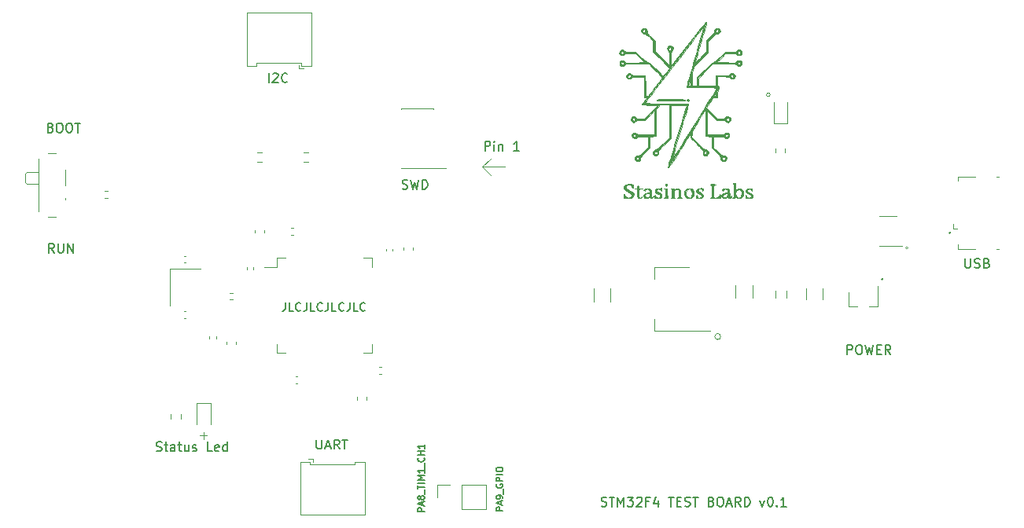
<source format=gbr>
%TF.GenerationSoftware,KiCad,Pcbnew,(5.1.8)-1*%
%TF.CreationDate,2021-03-29T14:59:59+03:00*%
%TF.ProjectId,STM32_PCB,53544d33-325f-4504-9342-2e6b69636164,rev?*%
%TF.SameCoordinates,Original*%
%TF.FileFunction,Legend,Top*%
%TF.FilePolarity,Positive*%
%FSLAX46Y46*%
G04 Gerber Fmt 4.6, Leading zero omitted, Abs format (unit mm)*
G04 Created by KiCad (PCBNEW (5.1.8)-1) date 2021-03-29 14:59:59*
%MOMM*%
%LPD*%
G01*
G04 APERTURE LIST*
%ADD10C,0.120000*%
%ADD11C,0.150000*%
%ADD12C,0.100000*%
%ADD13C,0.010000*%
G04 APERTURE END LIST*
D10*
X140670156Y-105350000D02*
G75*
G03*
X140670156Y-105350000I-320156J0D01*
G01*
X146000000Y-79300000D02*
G75*
G03*
X146000000Y-79300000I-200000J0D01*
G01*
D11*
X93792857Y-101707142D02*
X93792857Y-102350000D01*
X93750000Y-102478571D01*
X93664285Y-102564285D01*
X93535714Y-102607142D01*
X93450000Y-102607142D01*
X94650000Y-102607142D02*
X94221428Y-102607142D01*
X94221428Y-101707142D01*
X95464285Y-102521428D02*
X95421428Y-102564285D01*
X95292857Y-102607142D01*
X95207142Y-102607142D01*
X95078571Y-102564285D01*
X94992857Y-102478571D01*
X94950000Y-102392857D01*
X94907142Y-102221428D01*
X94907142Y-102092857D01*
X94950000Y-101921428D01*
X94992857Y-101835714D01*
X95078571Y-101750000D01*
X95207142Y-101707142D01*
X95292857Y-101707142D01*
X95421428Y-101750000D01*
X95464285Y-101792857D01*
X96107142Y-101707142D02*
X96107142Y-102350000D01*
X96064285Y-102478571D01*
X95978571Y-102564285D01*
X95850000Y-102607142D01*
X95764285Y-102607142D01*
X96964285Y-102607142D02*
X96535714Y-102607142D01*
X96535714Y-101707142D01*
X97778571Y-102521428D02*
X97735714Y-102564285D01*
X97607142Y-102607142D01*
X97521428Y-102607142D01*
X97392857Y-102564285D01*
X97307142Y-102478571D01*
X97264285Y-102392857D01*
X97221428Y-102221428D01*
X97221428Y-102092857D01*
X97264285Y-101921428D01*
X97307142Y-101835714D01*
X97392857Y-101750000D01*
X97521428Y-101707142D01*
X97607142Y-101707142D01*
X97735714Y-101750000D01*
X97778571Y-101792857D01*
X98421428Y-101707142D02*
X98421428Y-102350000D01*
X98378571Y-102478571D01*
X98292857Y-102564285D01*
X98164285Y-102607142D01*
X98078571Y-102607142D01*
X99278571Y-102607142D02*
X98850000Y-102607142D01*
X98850000Y-101707142D01*
X100092857Y-102521428D02*
X100050000Y-102564285D01*
X99921428Y-102607142D01*
X99835714Y-102607142D01*
X99707142Y-102564285D01*
X99621428Y-102478571D01*
X99578571Y-102392857D01*
X99535714Y-102221428D01*
X99535714Y-102092857D01*
X99578571Y-101921428D01*
X99621428Y-101835714D01*
X99707142Y-101750000D01*
X99835714Y-101707142D01*
X99921428Y-101707142D01*
X100050000Y-101750000D01*
X100092857Y-101792857D01*
X100735714Y-101707142D02*
X100735714Y-102350000D01*
X100692857Y-102478571D01*
X100607142Y-102564285D01*
X100478571Y-102607142D01*
X100392857Y-102607142D01*
X101592857Y-102607142D02*
X101164285Y-102607142D01*
X101164285Y-101707142D01*
X102407142Y-102521428D02*
X102364285Y-102564285D01*
X102235714Y-102607142D01*
X102150000Y-102607142D01*
X102021428Y-102564285D01*
X101935714Y-102478571D01*
X101892857Y-102392857D01*
X101850000Y-102221428D01*
X101850000Y-102092857D01*
X101892857Y-101921428D01*
X101935714Y-101835714D01*
X102021428Y-101750000D01*
X102150000Y-101707142D01*
X102235714Y-101707142D01*
X102364285Y-101750000D01*
X102407142Y-101792857D01*
X127816666Y-123604761D02*
X127959523Y-123652380D01*
X128197619Y-123652380D01*
X128292857Y-123604761D01*
X128340476Y-123557142D01*
X128388095Y-123461904D01*
X128388095Y-123366666D01*
X128340476Y-123271428D01*
X128292857Y-123223809D01*
X128197619Y-123176190D01*
X128007142Y-123128571D01*
X127911904Y-123080952D01*
X127864285Y-123033333D01*
X127816666Y-122938095D01*
X127816666Y-122842857D01*
X127864285Y-122747619D01*
X127911904Y-122700000D01*
X128007142Y-122652380D01*
X128245238Y-122652380D01*
X128388095Y-122700000D01*
X128673809Y-122652380D02*
X129245238Y-122652380D01*
X128959523Y-123652380D02*
X128959523Y-122652380D01*
X129578571Y-123652380D02*
X129578571Y-122652380D01*
X129911904Y-123366666D01*
X130245238Y-122652380D01*
X130245238Y-123652380D01*
X130626190Y-122652380D02*
X131245238Y-122652380D01*
X130911904Y-123033333D01*
X131054761Y-123033333D01*
X131150000Y-123080952D01*
X131197619Y-123128571D01*
X131245238Y-123223809D01*
X131245238Y-123461904D01*
X131197619Y-123557142D01*
X131150000Y-123604761D01*
X131054761Y-123652380D01*
X130769047Y-123652380D01*
X130673809Y-123604761D01*
X130626190Y-123557142D01*
X131626190Y-122747619D02*
X131673809Y-122700000D01*
X131769047Y-122652380D01*
X132007142Y-122652380D01*
X132102380Y-122700000D01*
X132150000Y-122747619D01*
X132197619Y-122842857D01*
X132197619Y-122938095D01*
X132150000Y-123080952D01*
X131578571Y-123652380D01*
X132197619Y-123652380D01*
X132959523Y-123128571D02*
X132626190Y-123128571D01*
X132626190Y-123652380D02*
X132626190Y-122652380D01*
X133102380Y-122652380D01*
X133911904Y-122985714D02*
X133911904Y-123652380D01*
X133673809Y-122604761D02*
X133435714Y-123319047D01*
X134054761Y-123319047D01*
X135054761Y-122652380D02*
X135626190Y-122652380D01*
X135340476Y-123652380D02*
X135340476Y-122652380D01*
X135959523Y-123128571D02*
X136292857Y-123128571D01*
X136435714Y-123652380D02*
X135959523Y-123652380D01*
X135959523Y-122652380D01*
X136435714Y-122652380D01*
X136816666Y-123604761D02*
X136959523Y-123652380D01*
X137197619Y-123652380D01*
X137292857Y-123604761D01*
X137340476Y-123557142D01*
X137388095Y-123461904D01*
X137388095Y-123366666D01*
X137340476Y-123271428D01*
X137292857Y-123223809D01*
X137197619Y-123176190D01*
X137007142Y-123128571D01*
X136911904Y-123080952D01*
X136864285Y-123033333D01*
X136816666Y-122938095D01*
X136816666Y-122842857D01*
X136864285Y-122747619D01*
X136911904Y-122700000D01*
X137007142Y-122652380D01*
X137245238Y-122652380D01*
X137388095Y-122700000D01*
X137673809Y-122652380D02*
X138245238Y-122652380D01*
X137959523Y-123652380D02*
X137959523Y-122652380D01*
X139673809Y-123128571D02*
X139816666Y-123176190D01*
X139864285Y-123223809D01*
X139911904Y-123319047D01*
X139911904Y-123461904D01*
X139864285Y-123557142D01*
X139816666Y-123604761D01*
X139721428Y-123652380D01*
X139340476Y-123652380D01*
X139340476Y-122652380D01*
X139673809Y-122652380D01*
X139769047Y-122700000D01*
X139816666Y-122747619D01*
X139864285Y-122842857D01*
X139864285Y-122938095D01*
X139816666Y-123033333D01*
X139769047Y-123080952D01*
X139673809Y-123128571D01*
X139340476Y-123128571D01*
X140530952Y-122652380D02*
X140721428Y-122652380D01*
X140816666Y-122700000D01*
X140911904Y-122795238D01*
X140959523Y-122985714D01*
X140959523Y-123319047D01*
X140911904Y-123509523D01*
X140816666Y-123604761D01*
X140721428Y-123652380D01*
X140530952Y-123652380D01*
X140435714Y-123604761D01*
X140340476Y-123509523D01*
X140292857Y-123319047D01*
X140292857Y-122985714D01*
X140340476Y-122795238D01*
X140435714Y-122700000D01*
X140530952Y-122652380D01*
X141340476Y-123366666D02*
X141816666Y-123366666D01*
X141245238Y-123652380D02*
X141578571Y-122652380D01*
X141911904Y-123652380D01*
X142816666Y-123652380D02*
X142483333Y-123176190D01*
X142245238Y-123652380D02*
X142245238Y-122652380D01*
X142626190Y-122652380D01*
X142721428Y-122700000D01*
X142769047Y-122747619D01*
X142816666Y-122842857D01*
X142816666Y-122985714D01*
X142769047Y-123080952D01*
X142721428Y-123128571D01*
X142626190Y-123176190D01*
X142245238Y-123176190D01*
X143245238Y-123652380D02*
X143245238Y-122652380D01*
X143483333Y-122652380D01*
X143626190Y-122700000D01*
X143721428Y-122795238D01*
X143769047Y-122890476D01*
X143816666Y-123080952D01*
X143816666Y-123223809D01*
X143769047Y-123414285D01*
X143721428Y-123509523D01*
X143626190Y-123604761D01*
X143483333Y-123652380D01*
X143245238Y-123652380D01*
X144911904Y-122985714D02*
X145150000Y-123652380D01*
X145388095Y-122985714D01*
X145959523Y-122652380D02*
X146054761Y-122652380D01*
X146150000Y-122700000D01*
X146197619Y-122747619D01*
X146245238Y-122842857D01*
X146292857Y-123033333D01*
X146292857Y-123271428D01*
X146245238Y-123461904D01*
X146197619Y-123557142D01*
X146150000Y-123604761D01*
X146054761Y-123652380D01*
X145959523Y-123652380D01*
X145864285Y-123604761D01*
X145816666Y-123557142D01*
X145769047Y-123461904D01*
X145721428Y-123271428D01*
X145721428Y-123033333D01*
X145769047Y-122842857D01*
X145816666Y-122747619D01*
X145864285Y-122700000D01*
X145959523Y-122652380D01*
X146721428Y-123557142D02*
X146769047Y-123604761D01*
X146721428Y-123652380D01*
X146673809Y-123604761D01*
X146721428Y-123557142D01*
X146721428Y-123652380D01*
X147721428Y-123652380D02*
X147150000Y-123652380D01*
X147435714Y-123652380D02*
X147435714Y-122652380D01*
X147340476Y-122795238D01*
X147245238Y-122890476D01*
X147150000Y-122938095D01*
X68911904Y-96302380D02*
X68578571Y-95826190D01*
X68340476Y-96302380D02*
X68340476Y-95302380D01*
X68721428Y-95302380D01*
X68816666Y-95350000D01*
X68864285Y-95397619D01*
X68911904Y-95492857D01*
X68911904Y-95635714D01*
X68864285Y-95730952D01*
X68816666Y-95778571D01*
X68721428Y-95826190D01*
X68340476Y-95826190D01*
X69340476Y-95302380D02*
X69340476Y-96111904D01*
X69388095Y-96207142D01*
X69435714Y-96254761D01*
X69530952Y-96302380D01*
X69721428Y-96302380D01*
X69816666Y-96254761D01*
X69864285Y-96207142D01*
X69911904Y-96111904D01*
X69911904Y-95302380D01*
X70388095Y-96302380D02*
X70388095Y-95302380D01*
X70959523Y-96302380D01*
X70959523Y-95302380D01*
X117216666Y-124116666D02*
X116516666Y-124116666D01*
X116516666Y-123850000D01*
X116550000Y-123783333D01*
X116583333Y-123750000D01*
X116650000Y-123716666D01*
X116750000Y-123716666D01*
X116816666Y-123750000D01*
X116850000Y-123783333D01*
X116883333Y-123850000D01*
X116883333Y-124116666D01*
X117016666Y-123450000D02*
X117016666Y-123116666D01*
X117216666Y-123516666D02*
X116516666Y-123283333D01*
X117216666Y-123050000D01*
X117216666Y-122783333D02*
X117216666Y-122650000D01*
X117183333Y-122583333D01*
X117150000Y-122550000D01*
X117050000Y-122483333D01*
X116916666Y-122450000D01*
X116650000Y-122450000D01*
X116583333Y-122483333D01*
X116550000Y-122516666D01*
X116516666Y-122583333D01*
X116516666Y-122716666D01*
X116550000Y-122783333D01*
X116583333Y-122816666D01*
X116650000Y-122850000D01*
X116816666Y-122850000D01*
X116883333Y-122816666D01*
X116916666Y-122783333D01*
X116950000Y-122716666D01*
X116950000Y-122583333D01*
X116916666Y-122516666D01*
X116883333Y-122483333D01*
X116816666Y-122450000D01*
X117283333Y-122316666D02*
X117283333Y-121783333D01*
X116550000Y-121250000D02*
X116516666Y-121316666D01*
X116516666Y-121416666D01*
X116550000Y-121516666D01*
X116616666Y-121583333D01*
X116683333Y-121616666D01*
X116816666Y-121650000D01*
X116916666Y-121650000D01*
X117050000Y-121616666D01*
X117116666Y-121583333D01*
X117183333Y-121516666D01*
X117216666Y-121416666D01*
X117216666Y-121350000D01*
X117183333Y-121250000D01*
X117150000Y-121216666D01*
X116916666Y-121216666D01*
X116916666Y-121350000D01*
X117216666Y-120916666D02*
X116516666Y-120916666D01*
X116516666Y-120650000D01*
X116550000Y-120583333D01*
X116583333Y-120550000D01*
X116650000Y-120516666D01*
X116750000Y-120516666D01*
X116816666Y-120550000D01*
X116850000Y-120583333D01*
X116883333Y-120650000D01*
X116883333Y-120916666D01*
X117216666Y-120216666D02*
X116516666Y-120216666D01*
X116516666Y-119750000D02*
X116516666Y-119616666D01*
X116550000Y-119550000D01*
X116616666Y-119483333D01*
X116750000Y-119450000D01*
X116983333Y-119450000D01*
X117116666Y-119483333D01*
X117183333Y-119550000D01*
X117216666Y-119616666D01*
X117216666Y-119750000D01*
X117183333Y-119816666D01*
X117116666Y-119883333D01*
X116983333Y-119916666D01*
X116750000Y-119916666D01*
X116616666Y-119883333D01*
X116550000Y-119816666D01*
X116516666Y-119750000D01*
X108766666Y-124166666D02*
X108066666Y-124166666D01*
X108066666Y-123900000D01*
X108100000Y-123833333D01*
X108133333Y-123800000D01*
X108200000Y-123766666D01*
X108300000Y-123766666D01*
X108366666Y-123800000D01*
X108400000Y-123833333D01*
X108433333Y-123900000D01*
X108433333Y-124166666D01*
X108566666Y-123500000D02*
X108566666Y-123166666D01*
X108766666Y-123566666D02*
X108066666Y-123333333D01*
X108766666Y-123100000D01*
X108366666Y-122766666D02*
X108333333Y-122833333D01*
X108300000Y-122866666D01*
X108233333Y-122900000D01*
X108200000Y-122900000D01*
X108133333Y-122866666D01*
X108100000Y-122833333D01*
X108066666Y-122766666D01*
X108066666Y-122633333D01*
X108100000Y-122566666D01*
X108133333Y-122533333D01*
X108200000Y-122500000D01*
X108233333Y-122500000D01*
X108300000Y-122533333D01*
X108333333Y-122566666D01*
X108366666Y-122633333D01*
X108366666Y-122766666D01*
X108400000Y-122833333D01*
X108433333Y-122866666D01*
X108500000Y-122900000D01*
X108633333Y-122900000D01*
X108700000Y-122866666D01*
X108733333Y-122833333D01*
X108766666Y-122766666D01*
X108766666Y-122633333D01*
X108733333Y-122566666D01*
X108700000Y-122533333D01*
X108633333Y-122500000D01*
X108500000Y-122500000D01*
X108433333Y-122533333D01*
X108400000Y-122566666D01*
X108366666Y-122633333D01*
X108833333Y-122366666D02*
X108833333Y-121833333D01*
X108066666Y-121766666D02*
X108066666Y-121366666D01*
X108766666Y-121566666D02*
X108066666Y-121566666D01*
X108766666Y-121133333D02*
X108066666Y-121133333D01*
X108766666Y-120800000D02*
X108066666Y-120800000D01*
X108566666Y-120566666D01*
X108066666Y-120333333D01*
X108766666Y-120333333D01*
X108766666Y-119633333D02*
X108766666Y-120033333D01*
X108766666Y-119833333D02*
X108066666Y-119833333D01*
X108166666Y-119900000D01*
X108233333Y-119966666D01*
X108266666Y-120033333D01*
X108833333Y-119500000D02*
X108833333Y-118966666D01*
X108700000Y-118400000D02*
X108733333Y-118433333D01*
X108766666Y-118533333D01*
X108766666Y-118600000D01*
X108733333Y-118700000D01*
X108666666Y-118766666D01*
X108600000Y-118800000D01*
X108466666Y-118833333D01*
X108366666Y-118833333D01*
X108233333Y-118800000D01*
X108166666Y-118766666D01*
X108100000Y-118700000D01*
X108066666Y-118600000D01*
X108066666Y-118533333D01*
X108100000Y-118433333D01*
X108133333Y-118400000D01*
X108766666Y-118100000D02*
X108066666Y-118100000D01*
X108400000Y-118100000D02*
X108400000Y-117700000D01*
X108766666Y-117700000D02*
X108066666Y-117700000D01*
X108766666Y-117000000D02*
X108766666Y-117400000D01*
X108766666Y-117200000D02*
X108066666Y-117200000D01*
X108166666Y-117266666D01*
X108233333Y-117333333D01*
X108266666Y-117400000D01*
D12*
X84619047Y-116021428D02*
X85380952Y-116021428D01*
X85000000Y-116402380D02*
X85000000Y-115640476D01*
D10*
X115000000Y-87000000D02*
X117400000Y-87000000D01*
X114950000Y-87050000D02*
X115900000Y-86150000D01*
X115950000Y-88000000D02*
X114950000Y-87050000D01*
D11*
X115290476Y-85302380D02*
X115290476Y-84302380D01*
X115671428Y-84302380D01*
X115766666Y-84350000D01*
X115814285Y-84397619D01*
X115861904Y-84492857D01*
X115861904Y-84635714D01*
X115814285Y-84730952D01*
X115766666Y-84778571D01*
X115671428Y-84826190D01*
X115290476Y-84826190D01*
X116290476Y-85302380D02*
X116290476Y-84635714D01*
X116290476Y-84302380D02*
X116242857Y-84350000D01*
X116290476Y-84397619D01*
X116338095Y-84350000D01*
X116290476Y-84302380D01*
X116290476Y-84397619D01*
X116766666Y-84635714D02*
X116766666Y-85302380D01*
X116766666Y-84730952D02*
X116814285Y-84683333D01*
X116909523Y-84635714D01*
X117052380Y-84635714D01*
X117147619Y-84683333D01*
X117195238Y-84778571D01*
X117195238Y-85302380D01*
X118957142Y-85302380D02*
X118385714Y-85302380D01*
X118671428Y-85302380D02*
X118671428Y-84302380D01*
X118576190Y-84445238D01*
X118480952Y-84540476D01*
X118385714Y-84588095D01*
D10*
X160811803Y-95800000D02*
G75*
G03*
X160811803Y-95800000I-111803J0D01*
G01*
X165461803Y-94150000D02*
G75*
G03*
X165461803Y-94150000I-111803J0D01*
G01*
X158150000Y-99150000D02*
G75*
G03*
X158150000Y-99150000I-100000J0D01*
G01*
D11*
X79916666Y-117654761D02*
X80059523Y-117702380D01*
X80297619Y-117702380D01*
X80392857Y-117654761D01*
X80440476Y-117607142D01*
X80488095Y-117511904D01*
X80488095Y-117416666D01*
X80440476Y-117321428D01*
X80392857Y-117273809D01*
X80297619Y-117226190D01*
X80107142Y-117178571D01*
X80011904Y-117130952D01*
X79964285Y-117083333D01*
X79916666Y-116988095D01*
X79916666Y-116892857D01*
X79964285Y-116797619D01*
X80011904Y-116750000D01*
X80107142Y-116702380D01*
X80345238Y-116702380D01*
X80488095Y-116750000D01*
X80773809Y-117035714D02*
X81154761Y-117035714D01*
X80916666Y-116702380D02*
X80916666Y-117559523D01*
X80964285Y-117654761D01*
X81059523Y-117702380D01*
X81154761Y-117702380D01*
X81916666Y-117702380D02*
X81916666Y-117178571D01*
X81869047Y-117083333D01*
X81773809Y-117035714D01*
X81583333Y-117035714D01*
X81488095Y-117083333D01*
X81916666Y-117654761D02*
X81821428Y-117702380D01*
X81583333Y-117702380D01*
X81488095Y-117654761D01*
X81440476Y-117559523D01*
X81440476Y-117464285D01*
X81488095Y-117369047D01*
X81583333Y-117321428D01*
X81821428Y-117321428D01*
X81916666Y-117273809D01*
X82250000Y-117035714D02*
X82630952Y-117035714D01*
X82392857Y-116702380D02*
X82392857Y-117559523D01*
X82440476Y-117654761D01*
X82535714Y-117702380D01*
X82630952Y-117702380D01*
X83392857Y-117035714D02*
X83392857Y-117702380D01*
X82964285Y-117035714D02*
X82964285Y-117559523D01*
X83011904Y-117654761D01*
X83107142Y-117702380D01*
X83250000Y-117702380D01*
X83345238Y-117654761D01*
X83392857Y-117607142D01*
X83821428Y-117654761D02*
X83916666Y-117702380D01*
X84107142Y-117702380D01*
X84202380Y-117654761D01*
X84250000Y-117559523D01*
X84250000Y-117511904D01*
X84202380Y-117416666D01*
X84107142Y-117369047D01*
X83964285Y-117369047D01*
X83869047Y-117321428D01*
X83821428Y-117226190D01*
X83821428Y-117178571D01*
X83869047Y-117083333D01*
X83964285Y-117035714D01*
X84107142Y-117035714D01*
X84202380Y-117083333D01*
X85916666Y-117702380D02*
X85440476Y-117702380D01*
X85440476Y-116702380D01*
X86630952Y-117654761D02*
X86535714Y-117702380D01*
X86345238Y-117702380D01*
X86250000Y-117654761D01*
X86202380Y-117559523D01*
X86202380Y-117178571D01*
X86250000Y-117083333D01*
X86345238Y-117035714D01*
X86535714Y-117035714D01*
X86630952Y-117083333D01*
X86678571Y-117178571D01*
X86678571Y-117273809D01*
X86202380Y-117369047D01*
X87535714Y-117702380D02*
X87535714Y-116702380D01*
X87535714Y-117654761D02*
X87440476Y-117702380D01*
X87250000Y-117702380D01*
X87154761Y-117654761D01*
X87107142Y-117607142D01*
X87059523Y-117511904D01*
X87059523Y-117226190D01*
X87107142Y-117130952D01*
X87154761Y-117083333D01*
X87250000Y-117035714D01*
X87440476Y-117035714D01*
X87535714Y-117083333D01*
X106392857Y-89404761D02*
X106535714Y-89452380D01*
X106773809Y-89452380D01*
X106869047Y-89404761D01*
X106916666Y-89357142D01*
X106964285Y-89261904D01*
X106964285Y-89166666D01*
X106916666Y-89071428D01*
X106869047Y-89023809D01*
X106773809Y-88976190D01*
X106583333Y-88928571D01*
X106488095Y-88880952D01*
X106440476Y-88833333D01*
X106392857Y-88738095D01*
X106392857Y-88642857D01*
X106440476Y-88547619D01*
X106488095Y-88500000D01*
X106583333Y-88452380D01*
X106821428Y-88452380D01*
X106964285Y-88500000D01*
X107297619Y-88452380D02*
X107535714Y-89452380D01*
X107726190Y-88738095D01*
X107916666Y-89452380D01*
X108154761Y-88452380D01*
X108535714Y-89452380D02*
X108535714Y-88452380D01*
X108773809Y-88452380D01*
X108916666Y-88500000D01*
X109011904Y-88595238D01*
X109059523Y-88690476D01*
X109107142Y-88880952D01*
X109107142Y-89023809D01*
X109059523Y-89214285D01*
X109011904Y-89309523D01*
X108916666Y-89404761D01*
X108773809Y-89452380D01*
X108535714Y-89452380D01*
X68542857Y-82828571D02*
X68685714Y-82876190D01*
X68733333Y-82923809D01*
X68780952Y-83019047D01*
X68780952Y-83161904D01*
X68733333Y-83257142D01*
X68685714Y-83304761D01*
X68590476Y-83352380D01*
X68209523Y-83352380D01*
X68209523Y-82352380D01*
X68542857Y-82352380D01*
X68638095Y-82400000D01*
X68685714Y-82447619D01*
X68733333Y-82542857D01*
X68733333Y-82638095D01*
X68685714Y-82733333D01*
X68638095Y-82780952D01*
X68542857Y-82828571D01*
X68209523Y-82828571D01*
X69400000Y-82352380D02*
X69590476Y-82352380D01*
X69685714Y-82400000D01*
X69780952Y-82495238D01*
X69828571Y-82685714D01*
X69828571Y-83019047D01*
X69780952Y-83209523D01*
X69685714Y-83304761D01*
X69590476Y-83352380D01*
X69400000Y-83352380D01*
X69304761Y-83304761D01*
X69209523Y-83209523D01*
X69161904Y-83019047D01*
X69161904Y-82685714D01*
X69209523Y-82495238D01*
X69304761Y-82400000D01*
X69400000Y-82352380D01*
X70447619Y-82352380D02*
X70638095Y-82352380D01*
X70733333Y-82400000D01*
X70828571Y-82495238D01*
X70876190Y-82685714D01*
X70876190Y-83019047D01*
X70828571Y-83209523D01*
X70733333Y-83304761D01*
X70638095Y-83352380D01*
X70447619Y-83352380D01*
X70352380Y-83304761D01*
X70257142Y-83209523D01*
X70209523Y-83019047D01*
X70209523Y-82685714D01*
X70257142Y-82495238D01*
X70352380Y-82400000D01*
X70447619Y-82352380D01*
X71161904Y-82352380D02*
X71733333Y-82352380D01*
X71447619Y-83352380D02*
X71447619Y-82352380D01*
X154290476Y-107252380D02*
X154290476Y-106252380D01*
X154671428Y-106252380D01*
X154766666Y-106300000D01*
X154814285Y-106347619D01*
X154861904Y-106442857D01*
X154861904Y-106585714D01*
X154814285Y-106680952D01*
X154766666Y-106728571D01*
X154671428Y-106776190D01*
X154290476Y-106776190D01*
X155480952Y-106252380D02*
X155671428Y-106252380D01*
X155766666Y-106300000D01*
X155861904Y-106395238D01*
X155909523Y-106585714D01*
X155909523Y-106919047D01*
X155861904Y-107109523D01*
X155766666Y-107204761D01*
X155671428Y-107252380D01*
X155480952Y-107252380D01*
X155385714Y-107204761D01*
X155290476Y-107109523D01*
X155242857Y-106919047D01*
X155242857Y-106585714D01*
X155290476Y-106395238D01*
X155385714Y-106300000D01*
X155480952Y-106252380D01*
X156242857Y-106252380D02*
X156480952Y-107252380D01*
X156671428Y-106538095D01*
X156861904Y-107252380D01*
X157100000Y-106252380D01*
X157480952Y-106728571D02*
X157814285Y-106728571D01*
X157957142Y-107252380D02*
X157480952Y-107252380D01*
X157480952Y-106252380D01*
X157957142Y-106252380D01*
X158957142Y-107252380D02*
X158623809Y-106776190D01*
X158385714Y-107252380D02*
X158385714Y-106252380D01*
X158766666Y-106252380D01*
X158861904Y-106300000D01*
X158909523Y-106347619D01*
X158957142Y-106442857D01*
X158957142Y-106585714D01*
X158909523Y-106680952D01*
X158861904Y-106728571D01*
X158766666Y-106776190D01*
X158385714Y-106776190D01*
X166988095Y-96952380D02*
X166988095Y-97761904D01*
X167035714Y-97857142D01*
X167083333Y-97904761D01*
X167178571Y-97952380D01*
X167369047Y-97952380D01*
X167464285Y-97904761D01*
X167511904Y-97857142D01*
X167559523Y-97761904D01*
X167559523Y-96952380D01*
X167988095Y-97904761D02*
X168130952Y-97952380D01*
X168369047Y-97952380D01*
X168464285Y-97904761D01*
X168511904Y-97857142D01*
X168559523Y-97761904D01*
X168559523Y-97666666D01*
X168511904Y-97571428D01*
X168464285Y-97523809D01*
X168369047Y-97476190D01*
X168178571Y-97428571D01*
X168083333Y-97380952D01*
X168035714Y-97333333D01*
X167988095Y-97238095D01*
X167988095Y-97142857D01*
X168035714Y-97047619D01*
X168083333Y-97000000D01*
X168178571Y-96952380D01*
X168416666Y-96952380D01*
X168559523Y-97000000D01*
X169321428Y-97428571D02*
X169464285Y-97476190D01*
X169511904Y-97523809D01*
X169559523Y-97619047D01*
X169559523Y-97761904D01*
X169511904Y-97857142D01*
X169464285Y-97904761D01*
X169369047Y-97952380D01*
X168988095Y-97952380D01*
X168988095Y-96952380D01*
X169321428Y-96952380D01*
X169416666Y-97000000D01*
X169464285Y-97047619D01*
X169511904Y-97142857D01*
X169511904Y-97238095D01*
X169464285Y-97333333D01*
X169416666Y-97380952D01*
X169321428Y-97428571D01*
X168988095Y-97428571D01*
X166988095Y-96952380D02*
X166988095Y-97761904D01*
X167035714Y-97857142D01*
X167083333Y-97904761D01*
X167178571Y-97952380D01*
X167369047Y-97952380D01*
X167464285Y-97904761D01*
X167511904Y-97857142D01*
X167559523Y-97761904D01*
X167559523Y-96952380D01*
X167988095Y-97904761D02*
X168130952Y-97952380D01*
X168369047Y-97952380D01*
X168464285Y-97904761D01*
X168511904Y-97857142D01*
X168559523Y-97761904D01*
X168559523Y-97666666D01*
X168511904Y-97571428D01*
X168464285Y-97523809D01*
X168369047Y-97476190D01*
X168178571Y-97428571D01*
X168083333Y-97380952D01*
X168035714Y-97333333D01*
X167988095Y-97238095D01*
X167988095Y-97142857D01*
X168035714Y-97047619D01*
X168083333Y-97000000D01*
X168178571Y-96952380D01*
X168416666Y-96952380D01*
X168559523Y-97000000D01*
X169321428Y-97428571D02*
X169464285Y-97476190D01*
X169511904Y-97523809D01*
X169559523Y-97619047D01*
X169559523Y-97761904D01*
X169511904Y-97857142D01*
X169464285Y-97904761D01*
X169369047Y-97952380D01*
X168988095Y-97952380D01*
X168988095Y-96952380D01*
X169321428Y-96952380D01*
X169416666Y-97000000D01*
X169464285Y-97047619D01*
X169511904Y-97142857D01*
X169511904Y-97238095D01*
X169464285Y-97333333D01*
X169416666Y-97380952D01*
X169321428Y-97428571D01*
X168988095Y-97428571D01*
X97154761Y-116452380D02*
X97154761Y-117261904D01*
X97202380Y-117357142D01*
X97250000Y-117404761D01*
X97345238Y-117452380D01*
X97535714Y-117452380D01*
X97630952Y-117404761D01*
X97678571Y-117357142D01*
X97726190Y-117261904D01*
X97726190Y-116452380D01*
X98154761Y-117166666D02*
X98630952Y-117166666D01*
X98059523Y-117452380D02*
X98392857Y-116452380D01*
X98726190Y-117452380D01*
X99630952Y-117452380D02*
X99297619Y-116976190D01*
X99059523Y-117452380D02*
X99059523Y-116452380D01*
X99440476Y-116452380D01*
X99535714Y-116500000D01*
X99583333Y-116547619D01*
X99630952Y-116642857D01*
X99630952Y-116785714D01*
X99583333Y-116880952D01*
X99535714Y-116928571D01*
X99440476Y-116976190D01*
X99059523Y-116976190D01*
X99916666Y-116452380D02*
X100488095Y-116452380D01*
X100202380Y-117452380D02*
X100202380Y-116452380D01*
X92023809Y-77952380D02*
X92023809Y-76952380D01*
X92452380Y-77047619D02*
X92500000Y-77000000D01*
X92595238Y-76952380D01*
X92833333Y-76952380D01*
X92928571Y-77000000D01*
X92976190Y-77047619D01*
X93023809Y-77142857D01*
X93023809Y-77238095D01*
X92976190Y-77380952D01*
X92404761Y-77952380D01*
X93023809Y-77952380D01*
X94023809Y-77857142D02*
X93976190Y-77904761D01*
X93833333Y-77952380D01*
X93738095Y-77952380D01*
X93595238Y-77904761D01*
X93500000Y-77809523D01*
X93452380Y-77714285D01*
X93404761Y-77523809D01*
X93404761Y-77380952D01*
X93452380Y-77190476D01*
X93500000Y-77095238D01*
X93595238Y-77000000D01*
X93738095Y-76952380D01*
X93833333Y-76952380D01*
X93976190Y-77000000D01*
X94023809Y-77047619D01*
D10*
%TO.C,U3*%
X133490000Y-97890000D02*
X133490000Y-99150000D01*
X133490000Y-104710000D02*
X133490000Y-103450000D01*
X137250000Y-97890000D02*
X133490000Y-97890000D01*
X139500000Y-104710000D02*
X133490000Y-104710000D01*
%TO.C,C4*%
X126990000Y-101561252D02*
X126990000Y-100138748D01*
X128810000Y-101561252D02*
X128810000Y-100138748D01*
%TO.C,R11*%
X146527500Y-85062742D02*
X146527500Y-85537258D01*
X147572500Y-85062742D02*
X147572500Y-85537258D01*
%TO.C,FB1*%
X146590000Y-100400378D02*
X146590000Y-101199622D01*
X147710000Y-100400378D02*
X147710000Y-101199622D01*
%TO.C,F1*%
X149840000Y-100117936D02*
X149840000Y-101322064D01*
X151660000Y-100117936D02*
X151660000Y-101322064D01*
%TO.C,D4*%
X147825000Y-82385000D02*
X147825000Y-80100000D01*
X146355000Y-82385000D02*
X147825000Y-82385000D01*
X146355000Y-80100000D02*
X146355000Y-82385000D01*
%TO.C,C6*%
X142290000Y-99788748D02*
X142290000Y-101211252D01*
X144110000Y-99788748D02*
X144110000Y-101211252D01*
D13*
%TO.C,G\u002A\u002A\u002A*%
G36*
X135738431Y-79772535D02*
G01*
X136089618Y-79774475D01*
X136359511Y-79778319D01*
X136558259Y-79784565D01*
X136696015Y-79793713D01*
X136782929Y-79806263D01*
X136829152Y-79822713D01*
X136844834Y-79843562D01*
X136845200Y-79848200D01*
X136834306Y-79869968D01*
X136794859Y-79887240D01*
X136716706Y-79900513D01*
X136589698Y-79910288D01*
X136403684Y-79917063D01*
X136148513Y-79921337D01*
X135814033Y-79923610D01*
X135390095Y-79924382D01*
X135295800Y-79924400D01*
X134853168Y-79923864D01*
X134501981Y-79921924D01*
X134232088Y-79918080D01*
X134033340Y-79911834D01*
X133895584Y-79902686D01*
X133808670Y-79890136D01*
X133762447Y-79873686D01*
X133746765Y-79852837D01*
X133746400Y-79848200D01*
X133757293Y-79826431D01*
X133796740Y-79809159D01*
X133874893Y-79795886D01*
X134001901Y-79786111D01*
X134187915Y-79779336D01*
X134443086Y-79775062D01*
X134777566Y-79772789D01*
X135201504Y-79772017D01*
X135295800Y-79772000D01*
X135738431Y-79772535D01*
G37*
X135738431Y-79772535D02*
X136089618Y-79774475D01*
X136359511Y-79778319D01*
X136558259Y-79784565D01*
X136696015Y-79793713D01*
X136782929Y-79806263D01*
X136829152Y-79822713D01*
X136844834Y-79843562D01*
X136845200Y-79848200D01*
X136834306Y-79869968D01*
X136794859Y-79887240D01*
X136716706Y-79900513D01*
X136589698Y-79910288D01*
X136403684Y-79917063D01*
X136148513Y-79921337D01*
X135814033Y-79923610D01*
X135390095Y-79924382D01*
X135295800Y-79924400D01*
X134853168Y-79923864D01*
X134501981Y-79921924D01*
X134232088Y-79918080D01*
X134033340Y-79911834D01*
X133895584Y-79902686D01*
X133808670Y-79890136D01*
X133762447Y-79873686D01*
X133746765Y-79852837D01*
X133746400Y-79848200D01*
X133757293Y-79826431D01*
X133796740Y-79809159D01*
X133874893Y-79795886D01*
X134001901Y-79786111D01*
X134187915Y-79779336D01*
X134443086Y-79775062D01*
X134777566Y-79772789D01*
X135201504Y-79772017D01*
X135295800Y-79772000D01*
X135738431Y-79772535D01*
G36*
X137198613Y-79762806D02*
G01*
X137224664Y-79860201D01*
X137214483Y-79911700D01*
X137153796Y-79968958D01*
X137069455Y-79960125D01*
X137016904Y-79901432D01*
X137014653Y-79793578D01*
X137082620Y-79727551D01*
X137122163Y-79721200D01*
X137198613Y-79762806D01*
G37*
X137198613Y-79762806D02*
X137224664Y-79860201D01*
X137214483Y-79911700D01*
X137153796Y-79968958D01*
X137069455Y-79960125D01*
X137016904Y-79901432D01*
X137014653Y-79793578D01*
X137082620Y-79727551D01*
X137122163Y-79721200D01*
X137198613Y-79762806D01*
G36*
X139125672Y-71472190D02*
G01*
X139131200Y-71492832D01*
X139117584Y-71551346D01*
X139078690Y-71697024D01*
X139017443Y-71919422D01*
X138936768Y-72208098D01*
X138839593Y-72552608D01*
X138728843Y-72942510D01*
X138607444Y-73367360D01*
X138544038Y-73588332D01*
X138417438Y-74029065D01*
X138298903Y-74441983D01*
X138191522Y-74816301D01*
X138098386Y-75141236D01*
X138022585Y-75406004D01*
X137967209Y-75599820D01*
X137935348Y-75711902D01*
X137929344Y-75733400D01*
X137953794Y-75733290D01*
X138038676Y-75670066D01*
X138173187Y-75553059D01*
X138346523Y-75391600D01*
X138516505Y-75226194D01*
X139131200Y-74617388D01*
X139131200Y-73445156D01*
X139565091Y-73014478D01*
X139765308Y-72809303D01*
X139895188Y-72659560D01*
X139962308Y-72555472D01*
X139974243Y-72487262D01*
X139974099Y-72486687D01*
X139979216Y-72395328D01*
X140152508Y-72395328D01*
X140165570Y-72482200D01*
X140234251Y-72544944D01*
X140336448Y-72552715D01*
X140420314Y-72505638D01*
X140433877Y-72481553D01*
X140427247Y-72378848D01*
X140357259Y-72288108D01*
X140266385Y-72253600D01*
X140187653Y-72295910D01*
X140152508Y-72395328D01*
X139979216Y-72395328D01*
X139981578Y-72353176D01*
X140045634Y-72213968D01*
X140116704Y-72140077D01*
X140249816Y-72102613D01*
X140403879Y-72124120D01*
X140520326Y-72194100D01*
X140587562Y-72325972D01*
X140600651Y-72481173D01*
X140565522Y-72588895D01*
X140467398Y-72675555D01*
X140335753Y-72729106D01*
X140222623Y-72728872D01*
X140157249Y-72738957D01*
X140049785Y-72809410D01*
X139892187Y-72946406D01*
X139710943Y-73121633D01*
X139283600Y-73546756D01*
X139283600Y-74716208D01*
X137771714Y-76241400D01*
X137664057Y-76651259D01*
X137610586Y-76889098D01*
X137577132Y-77132962D01*
X137560263Y-77416455D01*
X137556400Y-77705359D01*
X137556400Y-78349600D01*
X138115200Y-78349600D01*
X138115200Y-77408609D01*
X138915877Y-76609104D01*
X139202175Y-76326431D01*
X139427014Y-76112191D01*
X139597722Y-75960048D01*
X139708391Y-75873959D01*
X142484000Y-75873959D01*
X142505552Y-76004195D01*
X142579846Y-76055052D01*
X142659709Y-76053042D01*
X142743554Y-76004552D01*
X142763400Y-75911200D01*
X142741062Y-75813500D01*
X142654700Y-75772536D01*
X142623700Y-75768125D01*
X142522031Y-75770411D01*
X142486568Y-75826209D01*
X142484000Y-75873959D01*
X139708391Y-75873959D01*
X139721629Y-75863662D01*
X139806063Y-75816696D01*
X139840399Y-75809600D01*
X139916096Y-75785348D01*
X140030651Y-75708254D01*
X140192023Y-75571810D01*
X140408172Y-75369508D01*
X140560242Y-75220942D01*
X141074135Y-74713378D01*
X142489121Y-74713378D01*
X142503737Y-74822562D01*
X142574945Y-74882150D01*
X142648872Y-74886062D01*
X142739668Y-74842209D01*
X142763400Y-74742800D01*
X142735479Y-74638151D01*
X142648872Y-74599537D01*
X142540356Y-74623150D01*
X142489121Y-74713378D01*
X141074135Y-74713378D01*
X141156240Y-74632285D01*
X141744600Y-74649442D01*
X141999327Y-74655361D01*
X142170304Y-74654100D01*
X142275254Y-74643602D01*
X142331898Y-74621807D01*
X142357957Y-74586656D01*
X142361066Y-74577818D01*
X142435993Y-74493040D01*
X142573684Y-74448203D01*
X142739752Y-74453512D01*
X142762626Y-74458666D01*
X142872972Y-74530834D01*
X142930659Y-74656413D01*
X142935685Y-74801925D01*
X142888050Y-74933893D01*
X142787755Y-75018841D01*
X142762626Y-75026933D01*
X142595354Y-75039845D01*
X142451784Y-75001225D01*
X142366304Y-74921274D01*
X142361061Y-74907781D01*
X142338601Y-74869239D01*
X142288567Y-74844794D01*
X142192983Y-74832275D01*
X142033874Y-74829510D01*
X141793266Y-74834326D01*
X141760775Y-74835233D01*
X141188600Y-74851467D01*
X140717574Y-75317833D01*
X140246549Y-75784200D01*
X141276374Y-75809600D01*
X141625940Y-75817622D01*
X141887349Y-75821514D01*
X142073986Y-75820468D01*
X142199241Y-75813679D01*
X142276500Y-75800340D01*
X142319151Y-75779645D01*
X142340582Y-75750788D01*
X142342936Y-75745361D01*
X142435094Y-75640447D01*
X142580780Y-75589353D01*
X142741305Y-75603248D01*
X142780788Y-75618928D01*
X142896057Y-75719664D01*
X142940087Y-75856878D01*
X142919918Y-76002283D01*
X142842593Y-76127589D01*
X142715152Y-76204511D01*
X142632155Y-76216000D01*
X142496562Y-76185080D01*
X142384126Y-76109609D01*
X142332055Y-76015523D01*
X142331600Y-76006515D01*
X142281775Y-75990264D01*
X142136092Y-75977623D01*
X141900233Y-75968786D01*
X141579881Y-75963945D01*
X141180720Y-75963294D01*
X141074300Y-75963780D01*
X139817000Y-75970873D01*
X139042300Y-76740522D01*
X138267600Y-77510170D01*
X138267600Y-78349600D01*
X140096400Y-78349600D01*
X140097177Y-77828900D01*
X140101430Y-77603734D01*
X140112273Y-77413478D01*
X140122410Y-77328803D01*
X141730430Y-77328803D01*
X141791289Y-77410827D01*
X141886872Y-77426062D01*
X141977668Y-77382209D01*
X142001400Y-77282800D01*
X141973479Y-77178151D01*
X141886872Y-77139537D01*
X141779715Y-77157988D01*
X141741737Y-77203037D01*
X141730430Y-77328803D01*
X140122410Y-77328803D01*
X140127879Y-77283132D01*
X140140037Y-77241849D01*
X140183620Y-77214079D01*
X140281172Y-77196407D01*
X140445919Y-77187923D01*
X140691091Y-77187713D01*
X140876561Y-77191049D01*
X141158800Y-77195954D01*
X141355369Y-77194909D01*
X141482096Y-77186474D01*
X141554810Y-77169204D01*
X141589342Y-77141658D01*
X141596678Y-77125409D01*
X141676334Y-77017871D01*
X141807761Y-76967275D01*
X141958752Y-76973374D01*
X142097104Y-77035919D01*
X142178925Y-77129887D01*
X142216568Y-77283143D01*
X142175076Y-77417609D01*
X142076774Y-77519847D01*
X141943985Y-77576420D01*
X141799033Y-77573893D01*
X141664243Y-77498826D01*
X141629475Y-77460599D01*
X141582862Y-77407135D01*
X141529657Y-77371262D01*
X141450133Y-77349478D01*
X141324566Y-77338277D01*
X141133227Y-77334155D01*
X140914588Y-77333600D01*
X140299600Y-77333600D01*
X140299600Y-77841600D01*
X140302011Y-78077711D01*
X140310979Y-78229268D01*
X140329100Y-78313236D01*
X140358974Y-78346585D01*
X140377394Y-78349600D01*
X140462436Y-78385903D01*
X140481371Y-78480836D01*
X140431234Y-78613427D01*
X140417760Y-78634982D01*
X140351032Y-78801458D01*
X140308166Y-79056913D01*
X140299600Y-79159786D01*
X140274200Y-79543400D01*
X140048428Y-79568800D01*
X139954547Y-79581627D01*
X139881175Y-79605244D01*
X139813961Y-79654115D01*
X139738550Y-79742702D01*
X139640591Y-79885471D01*
X139505729Y-80096883D01*
X139473199Y-80148464D01*
X139123740Y-80702729D01*
X139698141Y-81278764D01*
X140272542Y-81854800D01*
X140672460Y-81854800D01*
X140877229Y-81851982D01*
X141007193Y-81838999D01*
X141089093Y-81809056D01*
X141149669Y-81755359D01*
X141172275Y-81727800D01*
X141305083Y-81626711D01*
X141460819Y-81604073D01*
X141604548Y-81662443D01*
X141637926Y-81693700D01*
X141710666Y-81835658D01*
X141715987Y-81997157D01*
X141656312Y-82137181D01*
X141609096Y-82182119D01*
X141452098Y-82253433D01*
X141307576Y-82228950D01*
X141183981Y-82134200D01*
X141113033Y-82072169D01*
X141034816Y-82034376D01*
X140922929Y-82014919D01*
X140750968Y-82007899D01*
X140615699Y-82007200D01*
X140174417Y-82007200D01*
X140105033Y-81938076D01*
X141267015Y-81938076D01*
X141325760Y-82047840D01*
X141382169Y-82099228D01*
X141431656Y-82099489D01*
X141489245Y-82077964D01*
X141552653Y-82008905D01*
X141566088Y-81902921D01*
X141528834Y-81810310D01*
X141493400Y-81785629D01*
X141369716Y-81777102D01*
X141287917Y-81837831D01*
X141267015Y-81938076D01*
X140105033Y-81938076D01*
X139678208Y-81512853D01*
X139182000Y-81018506D01*
X139182000Y-83582000D01*
X140084180Y-83582000D01*
X140408354Y-83581339D01*
X140645835Y-83578312D01*
X140811527Y-83571350D01*
X140920331Y-83558885D01*
X140987153Y-83539349D01*
X141026896Y-83511175D01*
X141049810Y-83480400D01*
X141151588Y-83402247D01*
X141297754Y-83378325D01*
X141446312Y-83409383D01*
X141536326Y-83471700D01*
X141609348Y-83616306D01*
X141605251Y-83775165D01*
X141527499Y-83904326D01*
X141394296Y-83973607D01*
X141239802Y-83985441D01*
X141105148Y-83941338D01*
X141049810Y-83886800D01*
X141012013Y-83841447D01*
X140953245Y-83811932D01*
X140853559Y-83794935D01*
X140693010Y-83787132D01*
X140451650Y-83785202D01*
X140439780Y-83785200D01*
X139893200Y-83785200D01*
X139893200Y-84995936D01*
X140352501Y-85424521D01*
X140554917Y-85609532D01*
X140701186Y-85732005D01*
X140806104Y-85802132D01*
X140884466Y-85830105D01*
X140939295Y-85828735D01*
X141077136Y-85848031D01*
X141207254Y-85936289D01*
X141296013Y-86064232D01*
X141315600Y-86156255D01*
X141270566Y-86300529D01*
X141158123Y-86418159D01*
X141012257Y-86476070D01*
X140985400Y-86477600D01*
X140829581Y-86433546D01*
X140713532Y-86321327D01*
X140669082Y-86186560D01*
X140824737Y-86186560D01*
X140858936Y-86249646D01*
X140961514Y-86319540D01*
X141060045Y-86290242D01*
X141115571Y-86217673D01*
X141145674Y-86116356D01*
X141095980Y-86033008D01*
X141095898Y-86032926D01*
X140994420Y-85983530D01*
X140897620Y-86008932D01*
X140832169Y-86084740D01*
X140824737Y-86186560D01*
X140669082Y-86186560D01*
X140663902Y-86170855D01*
X140666398Y-86119532D01*
X140667033Y-86051389D01*
X140640947Y-85978448D01*
X140577272Y-85885896D01*
X140465139Y-85758922D01*
X140293681Y-85582714D01*
X140214225Y-85503264D01*
X139740800Y-85031806D01*
X139740800Y-83789842D01*
X139055000Y-83759800D01*
X139053264Y-83662559D01*
X141139074Y-83662559D01*
X141142358Y-83753361D01*
X141211310Y-83814831D01*
X141321287Y-83835221D01*
X141419260Y-83808993D01*
X141442880Y-83784745D01*
X141457060Y-83685237D01*
X141412067Y-83585202D01*
X141331236Y-83532168D01*
X141318396Y-83531200D01*
X141204149Y-83570021D01*
X141139074Y-83662559D01*
X139053264Y-83662559D01*
X139004200Y-80915000D01*
X138872420Y-81118200D01*
X138805490Y-81222643D01*
X138694901Y-81396629D01*
X138551078Y-81623694D01*
X138384447Y-81887372D01*
X138205433Y-82171199D01*
X138164737Y-82235800D01*
X137973743Y-82540001D01*
X137830101Y-82773335D01*
X137726715Y-82950709D01*
X137656486Y-83087032D01*
X137612315Y-83197211D01*
X137587103Y-83296156D01*
X137573753Y-83398774D01*
X137566992Y-83491195D01*
X137545149Y-83832191D01*
X138220523Y-84519895D01*
X138471997Y-84772899D01*
X138665054Y-84959172D01*
X138809637Y-85087150D01*
X138915686Y-85165266D01*
X138993143Y-85201957D01*
X139031075Y-85207600D01*
X139180872Y-85249019D01*
X139282892Y-85354090D01*
X139330498Y-85494033D01*
X139317053Y-85640068D01*
X139235917Y-85763414D01*
X139169300Y-85806918D01*
X139044182Y-85847527D01*
X138928324Y-85823539D01*
X138889900Y-85806063D01*
X138803288Y-85751324D01*
X138762108Y-85674246D01*
X138751846Y-85558403D01*
X138885630Y-85558403D01*
X138946489Y-85640427D01*
X139042072Y-85655662D01*
X139132868Y-85611809D01*
X139156600Y-85512400D01*
X139128679Y-85407751D01*
X139042072Y-85369137D01*
X138934915Y-85387588D01*
X138896937Y-85432637D01*
X138885630Y-85558403D01*
X138751846Y-85558403D01*
X138750152Y-85539281D01*
X138749835Y-85498833D01*
X138748098Y-85413532D01*
X138736796Y-85340778D01*
X138706351Y-85267572D01*
X138647189Y-85180911D01*
X138549733Y-85067795D01*
X138404408Y-84915222D01*
X138201637Y-84710191D01*
X138076735Y-84584961D01*
X137841566Y-84348552D01*
X137668773Y-84170990D01*
X137548748Y-84039422D01*
X137471882Y-83940994D01*
X137428567Y-83862855D01*
X137409194Y-83792151D01*
X137404155Y-83716030D01*
X137404000Y-83685075D01*
X137402437Y-83632730D01*
X137394582Y-83600142D01*
X137375689Y-83593974D01*
X137341007Y-83620889D01*
X137285789Y-83687551D01*
X137205286Y-83800622D01*
X137094751Y-83966766D01*
X136949435Y-84192645D01*
X136764589Y-84484924D01*
X136535466Y-84850264D01*
X136263170Y-85285956D01*
X135951681Y-85782017D01*
X135688789Y-86194531D01*
X135471615Y-86527549D01*
X135297283Y-86785118D01*
X135162913Y-86971289D01*
X135065630Y-87090110D01*
X135002555Y-87145630D01*
X134970810Y-87141900D01*
X134965600Y-87111725D01*
X134979934Y-87060367D01*
X135021090Y-86920960D01*
X135086298Y-86702650D01*
X135172788Y-86414584D01*
X135277788Y-86065908D01*
X135398529Y-85665768D01*
X135532240Y-85223310D01*
X135676151Y-84747680D01*
X135827491Y-84248025D01*
X135983491Y-83733491D01*
X136141379Y-83213224D01*
X136298386Y-82696370D01*
X136451741Y-82192075D01*
X136598674Y-81709486D01*
X136736415Y-81257748D01*
X136862192Y-80846009D01*
X136973236Y-80483413D01*
X136977580Y-80469254D01*
X136981523Y-80436342D01*
X136960856Y-80412983D01*
X136901911Y-80397916D01*
X136791020Y-80389883D01*
X136614515Y-80387623D01*
X136358726Y-80389879D01*
X136150518Y-80393054D01*
X135295800Y-80407000D01*
X135269054Y-83962986D01*
X134610306Y-84623393D01*
X134378064Y-84857018D01*
X134208591Y-85031401D01*
X134092625Y-85158955D01*
X134020905Y-85252092D01*
X133984170Y-85323225D01*
X133973158Y-85384766D01*
X133978610Y-85449128D01*
X133981342Y-85466393D01*
X133989655Y-85601916D01*
X133944632Y-85693501D01*
X133871912Y-85758493D01*
X133760644Y-85832861D01*
X133675650Y-85867649D01*
X133670200Y-85868000D01*
X133556723Y-85826986D01*
X133440877Y-85728138D01*
X133358547Y-85607741D01*
X133340000Y-85534112D01*
X133355770Y-85481657D01*
X133515306Y-85481657D01*
X133525603Y-85578274D01*
X133569859Y-85633402D01*
X133662007Y-85687254D01*
X133749927Y-85662911D01*
X133828907Y-85592756D01*
X133848000Y-85542232D01*
X133807940Y-85441435D01*
X133715840Y-85381057D01*
X133613819Y-85387190D01*
X133605465Y-85391975D01*
X133515306Y-85481657D01*
X133355770Y-85481657D01*
X133383413Y-85389716D01*
X133491095Y-85269881D01*
X133629212Y-85209480D01*
X133656818Y-85207600D01*
X133736336Y-85174683D01*
X133871102Y-85074105D01*
X134064331Y-84903117D01*
X134319239Y-84658974D01*
X134444218Y-84535205D01*
X135118000Y-83862811D01*
X135118000Y-80381600D01*
X134123153Y-80381600D01*
X133910175Y-80598609D01*
X133697196Y-80815619D01*
X133683698Y-82287709D01*
X133670200Y-83759800D01*
X132984400Y-83789842D01*
X132984400Y-85031806D01*
X132505427Y-85508787D01*
X132302333Y-85715122D01*
X132164007Y-85867353D01*
X132079783Y-85979438D01*
X132038996Y-86065336D01*
X132030562Y-86130237D01*
X131992581Y-86297323D01*
X131885067Y-86422035D01*
X131732945Y-86476989D01*
X131714400Y-86477600D01*
X131563602Y-86435367D01*
X131458761Y-86328187D01*
X131408712Y-86185337D01*
X131415493Y-86110796D01*
X131574388Y-86110796D01*
X131586199Y-86211951D01*
X131622959Y-86264240D01*
X131679369Y-86315628D01*
X131728856Y-86315889D01*
X131786445Y-86294364D01*
X131855087Y-86223831D01*
X131856067Y-86118242D01*
X131790600Y-86020400D01*
X131696043Y-85986721D01*
X131617488Y-86026286D01*
X131574388Y-86110796D01*
X131415493Y-86110796D01*
X131422289Y-86036092D01*
X131508327Y-85909730D01*
X131536689Y-85888669D01*
X131678416Y-85833668D01*
X131777989Y-85835432D01*
X131838350Y-85836095D01*
X131914728Y-85801534D01*
X132020481Y-85721743D01*
X132168966Y-85586716D01*
X132362100Y-85397837D01*
X132832000Y-84930206D01*
X132832000Y-83785200D01*
X132284489Y-83785200D01*
X132037028Y-83787193D01*
X131870328Y-83795394D01*
X131763591Y-83813132D01*
X131696020Y-83843739D01*
X131649987Y-83886800D01*
X131522855Y-83967178D01*
X131363274Y-83984279D01*
X131218101Y-83935911D01*
X131184628Y-83908571D01*
X131118639Y-83780180D01*
X131113551Y-83654178D01*
X131262321Y-83654178D01*
X131276937Y-83763362D01*
X131348145Y-83822950D01*
X131422072Y-83826862D01*
X131512868Y-83783009D01*
X131536600Y-83683600D01*
X131508679Y-83578951D01*
X131422072Y-83540337D01*
X131313556Y-83563950D01*
X131262321Y-83654178D01*
X131113551Y-83654178D01*
X131112197Y-83620656D01*
X131165301Y-83481189D01*
X131184628Y-83458628D01*
X131316475Y-83390366D01*
X131476667Y-83388225D01*
X131618345Y-83450013D01*
X131649987Y-83480400D01*
X131687719Y-83516918D01*
X131739156Y-83543486D01*
X131819585Y-83561673D01*
X131944292Y-83573046D01*
X132128567Y-83579175D01*
X132387695Y-83581628D01*
X132640089Y-83582000D01*
X133543200Y-83582000D01*
X133540764Y-82273900D01*
X133538329Y-80965800D01*
X133045464Y-81486969D01*
X132552600Y-82008139D01*
X132101225Y-82007669D01*
X131881429Y-82009724D01*
X131737791Y-82020210D01*
X131644904Y-82044775D01*
X131577363Y-82089068D01*
X131532150Y-82134200D01*
X131381869Y-82240141D01*
X131228023Y-82248664D01*
X131085936Y-82159992D01*
X131057687Y-82127349D01*
X130972520Y-81995140D01*
X130970457Y-81963681D01*
X131143084Y-81963681D01*
X131189054Y-82033397D01*
X131290832Y-82093399D01*
X131382970Y-82053926D01*
X131430509Y-81992429D01*
X131444206Y-81894875D01*
X131388860Y-81809959D01*
X131294664Y-81772099D01*
X131244746Y-81780661D01*
X131149832Y-81857751D01*
X131143084Y-81963681D01*
X130970457Y-81963681D01*
X130965433Y-81887075D01*
X131036425Y-81762286D01*
X131057687Y-81734650D01*
X131195115Y-81624555D01*
X131347683Y-81611607D01*
X131500069Y-81696027D01*
X131532150Y-81727800D01*
X131601105Y-81791877D01*
X131679304Y-81829929D01*
X131794241Y-81848594D01*
X131973410Y-81854511D01*
X132058079Y-81854800D01*
X132466307Y-81854800D01*
X133163837Y-81130900D01*
X133861366Y-80407000D01*
X133016483Y-80393071D01*
X132736350Y-80386130D01*
X132495472Y-80375727D01*
X132310523Y-80362945D01*
X132198182Y-80348864D01*
X132171600Y-80338267D01*
X132200896Y-80282508D01*
X132267534Y-80184868D01*
X132484866Y-80184868D01*
X132530455Y-80194132D01*
X132668284Y-80202688D01*
X132888995Y-80210358D01*
X133183230Y-80216964D01*
X133541631Y-80222325D01*
X133954839Y-80226264D01*
X134413496Y-80228602D01*
X134805968Y-80229200D01*
X135295855Y-80230153D01*
X135749510Y-80232892D01*
X136157294Y-80237232D01*
X136509568Y-80242989D01*
X136796694Y-80249978D01*
X137009033Y-80258017D01*
X137136944Y-80266921D01*
X137171916Y-80274363D01*
X137162468Y-80329766D01*
X137125541Y-80473686D01*
X137063629Y-80697561D01*
X136979229Y-80992829D01*
X136874835Y-81350930D01*
X136752943Y-81763302D01*
X136616048Y-82221383D01*
X136466647Y-82716614D01*
X136309364Y-83233463D01*
X136148595Y-83760082D01*
X135996196Y-84260288D01*
X135854857Y-84725190D01*
X135727266Y-85145896D01*
X135616111Y-85513518D01*
X135524081Y-85819163D01*
X135453863Y-86053943D01*
X135408147Y-86208965D01*
X135389828Y-86274400D01*
X135411755Y-86251139D01*
X135483707Y-86147459D01*
X135601973Y-85969164D01*
X135762839Y-85722059D01*
X135962595Y-85411950D01*
X136197527Y-85044643D01*
X136463925Y-84625942D01*
X136758075Y-84161653D01*
X137076266Y-83657582D01*
X137414785Y-83119534D01*
X137769921Y-82553313D01*
X137804778Y-82497645D01*
X138162992Y-81924986D01*
X138505402Y-81376626D01*
X138828207Y-80858708D01*
X139127605Y-80377376D01*
X139399795Y-79938772D01*
X139640978Y-79549039D01*
X139737229Y-79392927D01*
X139966467Y-79392927D01*
X140007081Y-79416133D01*
X140018412Y-79416400D01*
X140082444Y-79373949D01*
X140096400Y-79314800D01*
X140086468Y-79232118D01*
X140072787Y-79213200D01*
X140033431Y-79252087D01*
X139994800Y-79314800D01*
X139966467Y-79392927D01*
X139737229Y-79392927D01*
X139847350Y-79214319D01*
X140015112Y-78940756D01*
X140140462Y-78734491D01*
X140219600Y-78601667D01*
X140248724Y-78548428D01*
X140248800Y-78547945D01*
X140199712Y-78536081D01*
X140059291Y-78525527D01*
X139837796Y-78516573D01*
X139545489Y-78509508D01*
X139192631Y-78504624D01*
X138789482Y-78502209D01*
X138623200Y-78502000D01*
X138160582Y-78501293D01*
X137790413Y-78498922D01*
X137503548Y-78494505D01*
X137290844Y-78487664D01*
X137143157Y-78478019D01*
X137051343Y-78465190D01*
X137006259Y-78448799D01*
X136997600Y-78434525D01*
X137011282Y-78375219D01*
X137044068Y-78251832D01*
X137209349Y-78251832D01*
X137216977Y-78320161D01*
X137259609Y-78346510D01*
X137302400Y-78349600D01*
X137354901Y-78340629D01*
X137384901Y-78299442D01*
X137398036Y-78204630D01*
X137399942Y-78034782D01*
X137399366Y-77981300D01*
X137394732Y-77613000D01*
X137298456Y-77917800D01*
X137236563Y-78123665D01*
X137209349Y-78251832D01*
X137044068Y-78251832D01*
X137050773Y-78226601D01*
X137113736Y-77996983D01*
X137197836Y-77694676D01*
X137300738Y-77327993D01*
X137420105Y-76905245D01*
X137553603Y-76434745D01*
X137698896Y-75924804D01*
X137853647Y-75383735D01*
X137913196Y-75176055D01*
X138070369Y-74627390D01*
X138218599Y-74108205D01*
X138355600Y-73626622D01*
X138479085Y-73190764D01*
X138586767Y-72808751D01*
X138676359Y-72488708D01*
X138745575Y-72238755D01*
X138792127Y-72067016D01*
X138813729Y-71981612D01*
X138814896Y-71973459D01*
X138782858Y-72011052D01*
X138693966Y-72122733D01*
X138553231Y-72302000D01*
X138365668Y-72542349D01*
X138136289Y-72837277D01*
X137870106Y-73180282D01*
X137572134Y-73564861D01*
X137247385Y-73984511D01*
X136900872Y-74432728D01*
X136537607Y-74903011D01*
X136162605Y-75388855D01*
X135780877Y-75883759D01*
X135397437Y-76381219D01*
X135017299Y-76874733D01*
X134645473Y-77357796D01*
X134286975Y-77823908D01*
X133946817Y-78266564D01*
X133630011Y-78679262D01*
X133341571Y-79055499D01*
X133086509Y-79388771D01*
X132869839Y-79672577D01*
X132696574Y-79900413D01*
X132571727Y-80065776D01*
X132500310Y-80162164D01*
X132484866Y-80184868D01*
X132267534Y-80184868D01*
X132279334Y-80167580D01*
X132392741Y-80013776D01*
X132454658Y-79933096D01*
X132737717Y-79568800D01*
X132427581Y-79568800D01*
X132413890Y-78463900D01*
X132400200Y-77359000D01*
X131797962Y-77344641D01*
X131541576Y-77339434D01*
X131366215Y-77340465D01*
X131251348Y-77350985D01*
X131176444Y-77374249D01*
X131120971Y-77413508D01*
X131076487Y-77458941D01*
X130928737Y-77561309D01*
X130771393Y-77583672D01*
X130629828Y-77534287D01*
X130529418Y-77421410D01*
X130495942Y-77273074D01*
X130651899Y-77273074D01*
X130665970Y-77359000D01*
X130734809Y-77423938D01*
X130837410Y-77426253D01*
X130929758Y-77368691D01*
X130948235Y-77341382D01*
X130963351Y-77231946D01*
X130895214Y-77154049D01*
X130788245Y-77130400D01*
X130692427Y-77171945D01*
X130651899Y-77273074D01*
X130495942Y-77273074D01*
X130495200Y-77269787D01*
X130536756Y-77137084D01*
X130639326Y-77023656D01*
X130769767Y-76957131D01*
X130871482Y-76956124D01*
X130987876Y-77018521D01*
X131065437Y-77088083D01*
X131109889Y-77129035D01*
X131172157Y-77157698D01*
X131270056Y-77176556D01*
X131421399Y-77188096D01*
X131643999Y-77194804D01*
X131852837Y-77197969D01*
X132552600Y-77206600D01*
X132566290Y-78311500D01*
X132579981Y-79416400D01*
X132718690Y-79416358D01*
X132770987Y-79407178D01*
X132831413Y-79373375D01*
X132908654Y-79305510D01*
X133011397Y-79194145D01*
X133148329Y-79029841D01*
X133328136Y-78803158D01*
X133559505Y-78504658D01*
X133568600Y-78492852D01*
X133774552Y-78224755D01*
X133960976Y-77980795D01*
X134118445Y-77773414D01*
X134237529Y-77615055D01*
X134308802Y-77518157D01*
X134323843Y-77496183D01*
X134319787Y-77449414D01*
X134267296Y-77364826D01*
X134160392Y-77235402D01*
X133993099Y-77054124D01*
X133759439Y-76813973D01*
X133643165Y-76696962D01*
X132918442Y-75970944D01*
X131677442Y-75964680D01*
X130436441Y-75958415D01*
X130335133Y-76087207D01*
X130202194Y-76190015D01*
X130046794Y-76217806D01*
X129900436Y-76173764D01*
X129794625Y-76061070D01*
X129781365Y-76031271D01*
X129765844Y-75864701D01*
X129918361Y-75864701D01*
X129943381Y-75975045D01*
X130026310Y-76051333D01*
X130124172Y-76052215D01*
X130198432Y-75986721D01*
X130215800Y-75911200D01*
X130188714Y-75807602D01*
X130094544Y-75767055D01*
X129972169Y-75784474D01*
X129918361Y-75864701D01*
X129765844Y-75864701D01*
X129765601Y-75862100D01*
X129829965Y-75702911D01*
X129938577Y-75605234D01*
X130070377Y-75580448D01*
X130215554Y-75614403D01*
X130330351Y-75692117D01*
X130365845Y-75751563D01*
X130384023Y-75779904D01*
X130426741Y-75800610D01*
X130507095Y-75814535D01*
X130638184Y-75822531D01*
X130833108Y-75825454D01*
X131104963Y-75824157D01*
X131418540Y-75820200D01*
X132444811Y-75805400D01*
X131491025Y-74847632D01*
X130955012Y-74833316D01*
X130714475Y-74828266D01*
X130554000Y-74830816D01*
X130452130Y-74844458D01*
X130387411Y-74872686D01*
X130338387Y-74918994D01*
X130324273Y-74936019D01*
X130194244Y-75027608D01*
X130038017Y-75045488D01*
X129891522Y-74993287D01*
X129794288Y-74882499D01*
X129755945Y-74764083D01*
X129902941Y-74764083D01*
X129945094Y-74850386D01*
X130052086Y-74886869D01*
X130082589Y-74885248D01*
X130184149Y-74850774D01*
X130215425Y-74761145D01*
X130215800Y-74742800D01*
X130177292Y-74638945D01*
X130086965Y-74594789D01*
X129982610Y-74622153D01*
X129943778Y-74657709D01*
X129902941Y-74764083D01*
X129755945Y-74764083D01*
X129753587Y-74756802D01*
X129777687Y-74639990D01*
X129794288Y-74603099D01*
X129898429Y-74487863D01*
X130046337Y-74439271D01*
X130202079Y-74460951D01*
X130324273Y-74549580D01*
X130371715Y-74600795D01*
X130428430Y-74633686D01*
X130515283Y-74651544D01*
X130653142Y-74657658D01*
X130862872Y-74655316D01*
X130977800Y-74652592D01*
X131536600Y-74638585D01*
X132119971Y-75224092D01*
X132347403Y-75449474D01*
X132518096Y-75610409D01*
X132644528Y-75716826D01*
X132739177Y-75778651D01*
X132814523Y-75805812D01*
X132855956Y-75809600D01*
X132918497Y-75819449D01*
X132993309Y-75854868D01*
X133091031Y-75924666D01*
X133222302Y-76037650D01*
X133397762Y-76202629D01*
X133628051Y-76428409D01*
X133749637Y-76549431D01*
X134490704Y-77289263D01*
X134804352Y-76883820D01*
X134936364Y-76709168D01*
X135040963Y-76563162D01*
X135104755Y-76464946D01*
X135118000Y-76435528D01*
X135083506Y-76389111D01*
X134986626Y-76281677D01*
X134837258Y-76123603D01*
X134645302Y-75925265D01*
X134420656Y-75697043D01*
X134254400Y-75530200D01*
X133390799Y-74667720D01*
X133390799Y-73495816D01*
X132988807Y-73096181D01*
X132781147Y-72898405D01*
X132631624Y-72776515D01*
X132535301Y-72726748D01*
X132505766Y-72727648D01*
X132360704Y-72736853D01*
X132230114Y-72669966D01*
X132135689Y-72552242D01*
X132099123Y-72408930D01*
X132102425Y-72395328D01*
X132278508Y-72395328D01*
X132291570Y-72482200D01*
X132360251Y-72544944D01*
X132462448Y-72552715D01*
X132546314Y-72505638D01*
X132559877Y-72481553D01*
X132553247Y-72378848D01*
X132483259Y-72288108D01*
X132392385Y-72253600D01*
X132313653Y-72295910D01*
X132278508Y-72395328D01*
X132102425Y-72395328D01*
X132128397Y-72288373D01*
X132221806Y-72160138D01*
X132345581Y-72107680D01*
X132430426Y-72101977D01*
X132584346Y-72145813D01*
X132689151Y-72267715D01*
X132730275Y-72450205D01*
X132730400Y-72461921D01*
X132739071Y-72546367D01*
X132773173Y-72630778D01*
X132844842Y-72732141D01*
X132966209Y-72867441D01*
X133149409Y-73053667D01*
X133162200Y-73066400D01*
X133594000Y-73495956D01*
X133594000Y-74617070D01*
X134356000Y-75377800D01*
X135118000Y-76138529D01*
X135118000Y-75401154D01*
X135116917Y-75110338D01*
X135112249Y-74903843D01*
X135101869Y-74764404D01*
X135083649Y-74674752D01*
X135055459Y-74617620D01*
X135016400Y-74576787D01*
X134941531Y-74459189D01*
X134928560Y-74382403D01*
X135075630Y-74382403D01*
X135136489Y-74464427D01*
X135232072Y-74479662D01*
X135322868Y-74435809D01*
X135346600Y-74336400D01*
X135318679Y-74231751D01*
X135232072Y-74193137D01*
X135124915Y-74211588D01*
X135086937Y-74256637D01*
X135075630Y-74382403D01*
X134928560Y-74382403D01*
X134915466Y-74304896D01*
X134940238Y-74158398D01*
X134993706Y-74080153D01*
X135123343Y-74023750D01*
X135278378Y-74020891D01*
X135412167Y-74068656D01*
X135455390Y-74109042D01*
X135519099Y-74274492D01*
X135495300Y-74450007D01*
X135421396Y-74566493D01*
X135381441Y-74616191D01*
X135353908Y-74677435D01*
X135336986Y-74767814D01*
X135328863Y-74904913D01*
X135327726Y-75106318D01*
X135331764Y-75389616D01*
X135332496Y-75429218D01*
X135346600Y-76182300D01*
X137171929Y-73811550D01*
X137503495Y-73382348D01*
X137817895Y-72978145D01*
X138109500Y-72605993D01*
X138372680Y-72272946D01*
X138601805Y-71986059D01*
X138791243Y-71752384D01*
X138935365Y-71578976D01*
X139028540Y-71472889D01*
X139064229Y-71440800D01*
X139125672Y-71472190D01*
G37*
X139125672Y-71472190D02*
X139131200Y-71492832D01*
X139117584Y-71551346D01*
X139078690Y-71697024D01*
X139017443Y-71919422D01*
X138936768Y-72208098D01*
X138839593Y-72552608D01*
X138728843Y-72942510D01*
X138607444Y-73367360D01*
X138544038Y-73588332D01*
X138417438Y-74029065D01*
X138298903Y-74441983D01*
X138191522Y-74816301D01*
X138098386Y-75141236D01*
X138022585Y-75406004D01*
X137967209Y-75599820D01*
X137935348Y-75711902D01*
X137929344Y-75733400D01*
X137953794Y-75733290D01*
X138038676Y-75670066D01*
X138173187Y-75553059D01*
X138346523Y-75391600D01*
X138516505Y-75226194D01*
X139131200Y-74617388D01*
X139131200Y-73445156D01*
X139565091Y-73014478D01*
X139765308Y-72809303D01*
X139895188Y-72659560D01*
X139962308Y-72555472D01*
X139974243Y-72487262D01*
X139974099Y-72486687D01*
X139979216Y-72395328D01*
X140152508Y-72395328D01*
X140165570Y-72482200D01*
X140234251Y-72544944D01*
X140336448Y-72552715D01*
X140420314Y-72505638D01*
X140433877Y-72481553D01*
X140427247Y-72378848D01*
X140357259Y-72288108D01*
X140266385Y-72253600D01*
X140187653Y-72295910D01*
X140152508Y-72395328D01*
X139979216Y-72395328D01*
X139981578Y-72353176D01*
X140045634Y-72213968D01*
X140116704Y-72140077D01*
X140249816Y-72102613D01*
X140403879Y-72124120D01*
X140520326Y-72194100D01*
X140587562Y-72325972D01*
X140600651Y-72481173D01*
X140565522Y-72588895D01*
X140467398Y-72675555D01*
X140335753Y-72729106D01*
X140222623Y-72728872D01*
X140157249Y-72738957D01*
X140049785Y-72809410D01*
X139892187Y-72946406D01*
X139710943Y-73121633D01*
X139283600Y-73546756D01*
X139283600Y-74716208D01*
X137771714Y-76241400D01*
X137664057Y-76651259D01*
X137610586Y-76889098D01*
X137577132Y-77132962D01*
X137560263Y-77416455D01*
X137556400Y-77705359D01*
X137556400Y-78349600D01*
X138115200Y-78349600D01*
X138115200Y-77408609D01*
X138915877Y-76609104D01*
X139202175Y-76326431D01*
X139427014Y-76112191D01*
X139597722Y-75960048D01*
X139708391Y-75873959D01*
X142484000Y-75873959D01*
X142505552Y-76004195D01*
X142579846Y-76055052D01*
X142659709Y-76053042D01*
X142743554Y-76004552D01*
X142763400Y-75911200D01*
X142741062Y-75813500D01*
X142654700Y-75772536D01*
X142623700Y-75768125D01*
X142522031Y-75770411D01*
X142486568Y-75826209D01*
X142484000Y-75873959D01*
X139708391Y-75873959D01*
X139721629Y-75863662D01*
X139806063Y-75816696D01*
X139840399Y-75809600D01*
X139916096Y-75785348D01*
X140030651Y-75708254D01*
X140192023Y-75571810D01*
X140408172Y-75369508D01*
X140560242Y-75220942D01*
X141074135Y-74713378D01*
X142489121Y-74713378D01*
X142503737Y-74822562D01*
X142574945Y-74882150D01*
X142648872Y-74886062D01*
X142739668Y-74842209D01*
X142763400Y-74742800D01*
X142735479Y-74638151D01*
X142648872Y-74599537D01*
X142540356Y-74623150D01*
X142489121Y-74713378D01*
X141074135Y-74713378D01*
X141156240Y-74632285D01*
X141744600Y-74649442D01*
X141999327Y-74655361D01*
X142170304Y-74654100D01*
X142275254Y-74643602D01*
X142331898Y-74621807D01*
X142357957Y-74586656D01*
X142361066Y-74577818D01*
X142435993Y-74493040D01*
X142573684Y-74448203D01*
X142739752Y-74453512D01*
X142762626Y-74458666D01*
X142872972Y-74530834D01*
X142930659Y-74656413D01*
X142935685Y-74801925D01*
X142888050Y-74933893D01*
X142787755Y-75018841D01*
X142762626Y-75026933D01*
X142595354Y-75039845D01*
X142451784Y-75001225D01*
X142366304Y-74921274D01*
X142361061Y-74907781D01*
X142338601Y-74869239D01*
X142288567Y-74844794D01*
X142192983Y-74832275D01*
X142033874Y-74829510D01*
X141793266Y-74834326D01*
X141760775Y-74835233D01*
X141188600Y-74851467D01*
X140717574Y-75317833D01*
X140246549Y-75784200D01*
X141276374Y-75809600D01*
X141625940Y-75817622D01*
X141887349Y-75821514D01*
X142073986Y-75820468D01*
X142199241Y-75813679D01*
X142276500Y-75800340D01*
X142319151Y-75779645D01*
X142340582Y-75750788D01*
X142342936Y-75745361D01*
X142435094Y-75640447D01*
X142580780Y-75589353D01*
X142741305Y-75603248D01*
X142780788Y-75618928D01*
X142896057Y-75719664D01*
X142940087Y-75856878D01*
X142919918Y-76002283D01*
X142842593Y-76127589D01*
X142715152Y-76204511D01*
X142632155Y-76216000D01*
X142496562Y-76185080D01*
X142384126Y-76109609D01*
X142332055Y-76015523D01*
X142331600Y-76006515D01*
X142281775Y-75990264D01*
X142136092Y-75977623D01*
X141900233Y-75968786D01*
X141579881Y-75963945D01*
X141180720Y-75963294D01*
X141074300Y-75963780D01*
X139817000Y-75970873D01*
X139042300Y-76740522D01*
X138267600Y-77510170D01*
X138267600Y-78349600D01*
X140096400Y-78349600D01*
X140097177Y-77828900D01*
X140101430Y-77603734D01*
X140112273Y-77413478D01*
X140122410Y-77328803D01*
X141730430Y-77328803D01*
X141791289Y-77410827D01*
X141886872Y-77426062D01*
X141977668Y-77382209D01*
X142001400Y-77282800D01*
X141973479Y-77178151D01*
X141886872Y-77139537D01*
X141779715Y-77157988D01*
X141741737Y-77203037D01*
X141730430Y-77328803D01*
X140122410Y-77328803D01*
X140127879Y-77283132D01*
X140140037Y-77241849D01*
X140183620Y-77214079D01*
X140281172Y-77196407D01*
X140445919Y-77187923D01*
X140691091Y-77187713D01*
X140876561Y-77191049D01*
X141158800Y-77195954D01*
X141355369Y-77194909D01*
X141482096Y-77186474D01*
X141554810Y-77169204D01*
X141589342Y-77141658D01*
X141596678Y-77125409D01*
X141676334Y-77017871D01*
X141807761Y-76967275D01*
X141958752Y-76973374D01*
X142097104Y-77035919D01*
X142178925Y-77129887D01*
X142216568Y-77283143D01*
X142175076Y-77417609D01*
X142076774Y-77519847D01*
X141943985Y-77576420D01*
X141799033Y-77573893D01*
X141664243Y-77498826D01*
X141629475Y-77460599D01*
X141582862Y-77407135D01*
X141529657Y-77371262D01*
X141450133Y-77349478D01*
X141324566Y-77338277D01*
X141133227Y-77334155D01*
X140914588Y-77333600D01*
X140299600Y-77333600D01*
X140299600Y-77841600D01*
X140302011Y-78077711D01*
X140310979Y-78229268D01*
X140329100Y-78313236D01*
X140358974Y-78346585D01*
X140377394Y-78349600D01*
X140462436Y-78385903D01*
X140481371Y-78480836D01*
X140431234Y-78613427D01*
X140417760Y-78634982D01*
X140351032Y-78801458D01*
X140308166Y-79056913D01*
X140299600Y-79159786D01*
X140274200Y-79543400D01*
X140048428Y-79568800D01*
X139954547Y-79581627D01*
X139881175Y-79605244D01*
X139813961Y-79654115D01*
X139738550Y-79742702D01*
X139640591Y-79885471D01*
X139505729Y-80096883D01*
X139473199Y-80148464D01*
X139123740Y-80702729D01*
X139698141Y-81278764D01*
X140272542Y-81854800D01*
X140672460Y-81854800D01*
X140877229Y-81851982D01*
X141007193Y-81838999D01*
X141089093Y-81809056D01*
X141149669Y-81755359D01*
X141172275Y-81727800D01*
X141305083Y-81626711D01*
X141460819Y-81604073D01*
X141604548Y-81662443D01*
X141637926Y-81693700D01*
X141710666Y-81835658D01*
X141715987Y-81997157D01*
X141656312Y-82137181D01*
X141609096Y-82182119D01*
X141452098Y-82253433D01*
X141307576Y-82228950D01*
X141183981Y-82134200D01*
X141113033Y-82072169D01*
X141034816Y-82034376D01*
X140922929Y-82014919D01*
X140750968Y-82007899D01*
X140615699Y-82007200D01*
X140174417Y-82007200D01*
X140105033Y-81938076D01*
X141267015Y-81938076D01*
X141325760Y-82047840D01*
X141382169Y-82099228D01*
X141431656Y-82099489D01*
X141489245Y-82077964D01*
X141552653Y-82008905D01*
X141566088Y-81902921D01*
X141528834Y-81810310D01*
X141493400Y-81785629D01*
X141369716Y-81777102D01*
X141287917Y-81837831D01*
X141267015Y-81938076D01*
X140105033Y-81938076D01*
X139678208Y-81512853D01*
X139182000Y-81018506D01*
X139182000Y-83582000D01*
X140084180Y-83582000D01*
X140408354Y-83581339D01*
X140645835Y-83578312D01*
X140811527Y-83571350D01*
X140920331Y-83558885D01*
X140987153Y-83539349D01*
X141026896Y-83511175D01*
X141049810Y-83480400D01*
X141151588Y-83402247D01*
X141297754Y-83378325D01*
X141446312Y-83409383D01*
X141536326Y-83471700D01*
X141609348Y-83616306D01*
X141605251Y-83775165D01*
X141527499Y-83904326D01*
X141394296Y-83973607D01*
X141239802Y-83985441D01*
X141105148Y-83941338D01*
X141049810Y-83886800D01*
X141012013Y-83841447D01*
X140953245Y-83811932D01*
X140853559Y-83794935D01*
X140693010Y-83787132D01*
X140451650Y-83785202D01*
X140439780Y-83785200D01*
X139893200Y-83785200D01*
X139893200Y-84995936D01*
X140352501Y-85424521D01*
X140554917Y-85609532D01*
X140701186Y-85732005D01*
X140806104Y-85802132D01*
X140884466Y-85830105D01*
X140939295Y-85828735D01*
X141077136Y-85848031D01*
X141207254Y-85936289D01*
X141296013Y-86064232D01*
X141315600Y-86156255D01*
X141270566Y-86300529D01*
X141158123Y-86418159D01*
X141012257Y-86476070D01*
X140985400Y-86477600D01*
X140829581Y-86433546D01*
X140713532Y-86321327D01*
X140669082Y-86186560D01*
X140824737Y-86186560D01*
X140858936Y-86249646D01*
X140961514Y-86319540D01*
X141060045Y-86290242D01*
X141115571Y-86217673D01*
X141145674Y-86116356D01*
X141095980Y-86033008D01*
X141095898Y-86032926D01*
X140994420Y-85983530D01*
X140897620Y-86008932D01*
X140832169Y-86084740D01*
X140824737Y-86186560D01*
X140669082Y-86186560D01*
X140663902Y-86170855D01*
X140666398Y-86119532D01*
X140667033Y-86051389D01*
X140640947Y-85978448D01*
X140577272Y-85885896D01*
X140465139Y-85758922D01*
X140293681Y-85582714D01*
X140214225Y-85503264D01*
X139740800Y-85031806D01*
X139740800Y-83789842D01*
X139055000Y-83759800D01*
X139053264Y-83662559D01*
X141139074Y-83662559D01*
X141142358Y-83753361D01*
X141211310Y-83814831D01*
X141321287Y-83835221D01*
X141419260Y-83808993D01*
X141442880Y-83784745D01*
X141457060Y-83685237D01*
X141412067Y-83585202D01*
X141331236Y-83532168D01*
X141318396Y-83531200D01*
X141204149Y-83570021D01*
X141139074Y-83662559D01*
X139053264Y-83662559D01*
X139004200Y-80915000D01*
X138872420Y-81118200D01*
X138805490Y-81222643D01*
X138694901Y-81396629D01*
X138551078Y-81623694D01*
X138384447Y-81887372D01*
X138205433Y-82171199D01*
X138164737Y-82235800D01*
X137973743Y-82540001D01*
X137830101Y-82773335D01*
X137726715Y-82950709D01*
X137656486Y-83087032D01*
X137612315Y-83197211D01*
X137587103Y-83296156D01*
X137573753Y-83398774D01*
X137566992Y-83491195D01*
X137545149Y-83832191D01*
X138220523Y-84519895D01*
X138471997Y-84772899D01*
X138665054Y-84959172D01*
X138809637Y-85087150D01*
X138915686Y-85165266D01*
X138993143Y-85201957D01*
X139031075Y-85207600D01*
X139180872Y-85249019D01*
X139282892Y-85354090D01*
X139330498Y-85494033D01*
X139317053Y-85640068D01*
X139235917Y-85763414D01*
X139169300Y-85806918D01*
X139044182Y-85847527D01*
X138928324Y-85823539D01*
X138889900Y-85806063D01*
X138803288Y-85751324D01*
X138762108Y-85674246D01*
X138751846Y-85558403D01*
X138885630Y-85558403D01*
X138946489Y-85640427D01*
X139042072Y-85655662D01*
X139132868Y-85611809D01*
X139156600Y-85512400D01*
X139128679Y-85407751D01*
X139042072Y-85369137D01*
X138934915Y-85387588D01*
X138896937Y-85432637D01*
X138885630Y-85558403D01*
X138751846Y-85558403D01*
X138750152Y-85539281D01*
X138749835Y-85498833D01*
X138748098Y-85413532D01*
X138736796Y-85340778D01*
X138706351Y-85267572D01*
X138647189Y-85180911D01*
X138549733Y-85067795D01*
X138404408Y-84915222D01*
X138201637Y-84710191D01*
X138076735Y-84584961D01*
X137841566Y-84348552D01*
X137668773Y-84170990D01*
X137548748Y-84039422D01*
X137471882Y-83940994D01*
X137428567Y-83862855D01*
X137409194Y-83792151D01*
X137404155Y-83716030D01*
X137404000Y-83685075D01*
X137402437Y-83632730D01*
X137394582Y-83600142D01*
X137375689Y-83593974D01*
X137341007Y-83620889D01*
X137285789Y-83687551D01*
X137205286Y-83800622D01*
X137094751Y-83966766D01*
X136949435Y-84192645D01*
X136764589Y-84484924D01*
X136535466Y-84850264D01*
X136263170Y-85285956D01*
X135951681Y-85782017D01*
X135688789Y-86194531D01*
X135471615Y-86527549D01*
X135297283Y-86785118D01*
X135162913Y-86971289D01*
X135065630Y-87090110D01*
X135002555Y-87145630D01*
X134970810Y-87141900D01*
X134965600Y-87111725D01*
X134979934Y-87060367D01*
X135021090Y-86920960D01*
X135086298Y-86702650D01*
X135172788Y-86414584D01*
X135277788Y-86065908D01*
X135398529Y-85665768D01*
X135532240Y-85223310D01*
X135676151Y-84747680D01*
X135827491Y-84248025D01*
X135983491Y-83733491D01*
X136141379Y-83213224D01*
X136298386Y-82696370D01*
X136451741Y-82192075D01*
X136598674Y-81709486D01*
X136736415Y-81257748D01*
X136862192Y-80846009D01*
X136973236Y-80483413D01*
X136977580Y-80469254D01*
X136981523Y-80436342D01*
X136960856Y-80412983D01*
X136901911Y-80397916D01*
X136791020Y-80389883D01*
X136614515Y-80387623D01*
X136358726Y-80389879D01*
X136150518Y-80393054D01*
X135295800Y-80407000D01*
X135269054Y-83962986D01*
X134610306Y-84623393D01*
X134378064Y-84857018D01*
X134208591Y-85031401D01*
X134092625Y-85158955D01*
X134020905Y-85252092D01*
X133984170Y-85323225D01*
X133973158Y-85384766D01*
X133978610Y-85449128D01*
X133981342Y-85466393D01*
X133989655Y-85601916D01*
X133944632Y-85693501D01*
X133871912Y-85758493D01*
X133760644Y-85832861D01*
X133675650Y-85867649D01*
X133670200Y-85868000D01*
X133556723Y-85826986D01*
X133440877Y-85728138D01*
X133358547Y-85607741D01*
X133340000Y-85534112D01*
X133355770Y-85481657D01*
X133515306Y-85481657D01*
X133525603Y-85578274D01*
X133569859Y-85633402D01*
X133662007Y-85687254D01*
X133749927Y-85662911D01*
X133828907Y-85592756D01*
X133848000Y-85542232D01*
X133807940Y-85441435D01*
X133715840Y-85381057D01*
X133613819Y-85387190D01*
X133605465Y-85391975D01*
X133515306Y-85481657D01*
X133355770Y-85481657D01*
X133383413Y-85389716D01*
X133491095Y-85269881D01*
X133629212Y-85209480D01*
X133656818Y-85207600D01*
X133736336Y-85174683D01*
X133871102Y-85074105D01*
X134064331Y-84903117D01*
X134319239Y-84658974D01*
X134444218Y-84535205D01*
X135118000Y-83862811D01*
X135118000Y-80381600D01*
X134123153Y-80381600D01*
X133910175Y-80598609D01*
X133697196Y-80815619D01*
X133683698Y-82287709D01*
X133670200Y-83759800D01*
X132984400Y-83789842D01*
X132984400Y-85031806D01*
X132505427Y-85508787D01*
X132302333Y-85715122D01*
X132164007Y-85867353D01*
X132079783Y-85979438D01*
X132038996Y-86065336D01*
X132030562Y-86130237D01*
X131992581Y-86297323D01*
X131885067Y-86422035D01*
X131732945Y-86476989D01*
X131714400Y-86477600D01*
X131563602Y-86435367D01*
X131458761Y-86328187D01*
X131408712Y-86185337D01*
X131415493Y-86110796D01*
X131574388Y-86110796D01*
X131586199Y-86211951D01*
X131622959Y-86264240D01*
X131679369Y-86315628D01*
X131728856Y-86315889D01*
X131786445Y-86294364D01*
X131855087Y-86223831D01*
X131856067Y-86118242D01*
X131790600Y-86020400D01*
X131696043Y-85986721D01*
X131617488Y-86026286D01*
X131574388Y-86110796D01*
X131415493Y-86110796D01*
X131422289Y-86036092D01*
X131508327Y-85909730D01*
X131536689Y-85888669D01*
X131678416Y-85833668D01*
X131777989Y-85835432D01*
X131838350Y-85836095D01*
X131914728Y-85801534D01*
X132020481Y-85721743D01*
X132168966Y-85586716D01*
X132362100Y-85397837D01*
X132832000Y-84930206D01*
X132832000Y-83785200D01*
X132284489Y-83785200D01*
X132037028Y-83787193D01*
X131870328Y-83795394D01*
X131763591Y-83813132D01*
X131696020Y-83843739D01*
X131649987Y-83886800D01*
X131522855Y-83967178D01*
X131363274Y-83984279D01*
X131218101Y-83935911D01*
X131184628Y-83908571D01*
X131118639Y-83780180D01*
X131113551Y-83654178D01*
X131262321Y-83654178D01*
X131276937Y-83763362D01*
X131348145Y-83822950D01*
X131422072Y-83826862D01*
X131512868Y-83783009D01*
X131536600Y-83683600D01*
X131508679Y-83578951D01*
X131422072Y-83540337D01*
X131313556Y-83563950D01*
X131262321Y-83654178D01*
X131113551Y-83654178D01*
X131112197Y-83620656D01*
X131165301Y-83481189D01*
X131184628Y-83458628D01*
X131316475Y-83390366D01*
X131476667Y-83388225D01*
X131618345Y-83450013D01*
X131649987Y-83480400D01*
X131687719Y-83516918D01*
X131739156Y-83543486D01*
X131819585Y-83561673D01*
X131944292Y-83573046D01*
X132128567Y-83579175D01*
X132387695Y-83581628D01*
X132640089Y-83582000D01*
X133543200Y-83582000D01*
X133540764Y-82273900D01*
X133538329Y-80965800D01*
X133045464Y-81486969D01*
X132552600Y-82008139D01*
X132101225Y-82007669D01*
X131881429Y-82009724D01*
X131737791Y-82020210D01*
X131644904Y-82044775D01*
X131577363Y-82089068D01*
X131532150Y-82134200D01*
X131381869Y-82240141D01*
X131228023Y-82248664D01*
X131085936Y-82159992D01*
X131057687Y-82127349D01*
X130972520Y-81995140D01*
X130970457Y-81963681D01*
X131143084Y-81963681D01*
X131189054Y-82033397D01*
X131290832Y-82093399D01*
X131382970Y-82053926D01*
X131430509Y-81992429D01*
X131444206Y-81894875D01*
X131388860Y-81809959D01*
X131294664Y-81772099D01*
X131244746Y-81780661D01*
X131149832Y-81857751D01*
X131143084Y-81963681D01*
X130970457Y-81963681D01*
X130965433Y-81887075D01*
X131036425Y-81762286D01*
X131057687Y-81734650D01*
X131195115Y-81624555D01*
X131347683Y-81611607D01*
X131500069Y-81696027D01*
X131532150Y-81727800D01*
X131601105Y-81791877D01*
X131679304Y-81829929D01*
X131794241Y-81848594D01*
X131973410Y-81854511D01*
X132058079Y-81854800D01*
X132466307Y-81854800D01*
X133163837Y-81130900D01*
X133861366Y-80407000D01*
X133016483Y-80393071D01*
X132736350Y-80386130D01*
X132495472Y-80375727D01*
X132310523Y-80362945D01*
X132198182Y-80348864D01*
X132171600Y-80338267D01*
X132200896Y-80282508D01*
X132267534Y-80184868D01*
X132484866Y-80184868D01*
X132530455Y-80194132D01*
X132668284Y-80202688D01*
X132888995Y-80210358D01*
X133183230Y-80216964D01*
X133541631Y-80222325D01*
X133954839Y-80226264D01*
X134413496Y-80228602D01*
X134805968Y-80229200D01*
X135295855Y-80230153D01*
X135749510Y-80232892D01*
X136157294Y-80237232D01*
X136509568Y-80242989D01*
X136796694Y-80249978D01*
X137009033Y-80258017D01*
X137136944Y-80266921D01*
X137171916Y-80274363D01*
X137162468Y-80329766D01*
X137125541Y-80473686D01*
X137063629Y-80697561D01*
X136979229Y-80992829D01*
X136874835Y-81350930D01*
X136752943Y-81763302D01*
X136616048Y-82221383D01*
X136466647Y-82716614D01*
X136309364Y-83233463D01*
X136148595Y-83760082D01*
X135996196Y-84260288D01*
X135854857Y-84725190D01*
X135727266Y-85145896D01*
X135616111Y-85513518D01*
X135524081Y-85819163D01*
X135453863Y-86053943D01*
X135408147Y-86208965D01*
X135389828Y-86274400D01*
X135411755Y-86251139D01*
X135483707Y-86147459D01*
X135601973Y-85969164D01*
X135762839Y-85722059D01*
X135962595Y-85411950D01*
X136197527Y-85044643D01*
X136463925Y-84625942D01*
X136758075Y-84161653D01*
X137076266Y-83657582D01*
X137414785Y-83119534D01*
X137769921Y-82553313D01*
X137804778Y-82497645D01*
X138162992Y-81924986D01*
X138505402Y-81376626D01*
X138828207Y-80858708D01*
X139127605Y-80377376D01*
X139399795Y-79938772D01*
X139640978Y-79549039D01*
X139737229Y-79392927D01*
X139966467Y-79392927D01*
X140007081Y-79416133D01*
X140018412Y-79416400D01*
X140082444Y-79373949D01*
X140096400Y-79314800D01*
X140086468Y-79232118D01*
X140072787Y-79213200D01*
X140033431Y-79252087D01*
X139994800Y-79314800D01*
X139966467Y-79392927D01*
X139737229Y-79392927D01*
X139847350Y-79214319D01*
X140015112Y-78940756D01*
X140140462Y-78734491D01*
X140219600Y-78601667D01*
X140248724Y-78548428D01*
X140248800Y-78547945D01*
X140199712Y-78536081D01*
X140059291Y-78525527D01*
X139837796Y-78516573D01*
X139545489Y-78509508D01*
X139192631Y-78504624D01*
X138789482Y-78502209D01*
X138623200Y-78502000D01*
X138160582Y-78501293D01*
X137790413Y-78498922D01*
X137503548Y-78494505D01*
X137290844Y-78487664D01*
X137143157Y-78478019D01*
X137051343Y-78465190D01*
X137006259Y-78448799D01*
X136997600Y-78434525D01*
X137011282Y-78375219D01*
X137044068Y-78251832D01*
X137209349Y-78251832D01*
X137216977Y-78320161D01*
X137259609Y-78346510D01*
X137302400Y-78349600D01*
X137354901Y-78340629D01*
X137384901Y-78299442D01*
X137398036Y-78204630D01*
X137399942Y-78034782D01*
X137399366Y-77981300D01*
X137394732Y-77613000D01*
X137298456Y-77917800D01*
X137236563Y-78123665D01*
X137209349Y-78251832D01*
X137044068Y-78251832D01*
X137050773Y-78226601D01*
X137113736Y-77996983D01*
X137197836Y-77694676D01*
X137300738Y-77327993D01*
X137420105Y-76905245D01*
X137553603Y-76434745D01*
X137698896Y-75924804D01*
X137853647Y-75383735D01*
X137913196Y-75176055D01*
X138070369Y-74627390D01*
X138218599Y-74108205D01*
X138355600Y-73626622D01*
X138479085Y-73190764D01*
X138586767Y-72808751D01*
X138676359Y-72488708D01*
X138745575Y-72238755D01*
X138792127Y-72067016D01*
X138813729Y-71981612D01*
X138814896Y-71973459D01*
X138782858Y-72011052D01*
X138693966Y-72122733D01*
X138553231Y-72302000D01*
X138365668Y-72542349D01*
X138136289Y-72837277D01*
X137870106Y-73180282D01*
X137572134Y-73564861D01*
X137247385Y-73984511D01*
X136900872Y-74432728D01*
X136537607Y-74903011D01*
X136162605Y-75388855D01*
X135780877Y-75883759D01*
X135397437Y-76381219D01*
X135017299Y-76874733D01*
X134645473Y-77357796D01*
X134286975Y-77823908D01*
X133946817Y-78266564D01*
X133630011Y-78679262D01*
X133341571Y-79055499D01*
X133086509Y-79388771D01*
X132869839Y-79672577D01*
X132696574Y-79900413D01*
X132571727Y-80065776D01*
X132500310Y-80162164D01*
X132484866Y-80184868D01*
X132267534Y-80184868D01*
X132279334Y-80167580D01*
X132392741Y-80013776D01*
X132454658Y-79933096D01*
X132737717Y-79568800D01*
X132427581Y-79568800D01*
X132413890Y-78463900D01*
X132400200Y-77359000D01*
X131797962Y-77344641D01*
X131541576Y-77339434D01*
X131366215Y-77340465D01*
X131251348Y-77350985D01*
X131176444Y-77374249D01*
X131120971Y-77413508D01*
X131076487Y-77458941D01*
X130928737Y-77561309D01*
X130771393Y-77583672D01*
X130629828Y-77534287D01*
X130529418Y-77421410D01*
X130495942Y-77273074D01*
X130651899Y-77273074D01*
X130665970Y-77359000D01*
X130734809Y-77423938D01*
X130837410Y-77426253D01*
X130929758Y-77368691D01*
X130948235Y-77341382D01*
X130963351Y-77231946D01*
X130895214Y-77154049D01*
X130788245Y-77130400D01*
X130692427Y-77171945D01*
X130651899Y-77273074D01*
X130495942Y-77273074D01*
X130495200Y-77269787D01*
X130536756Y-77137084D01*
X130639326Y-77023656D01*
X130769767Y-76957131D01*
X130871482Y-76956124D01*
X130987876Y-77018521D01*
X131065437Y-77088083D01*
X131109889Y-77129035D01*
X131172157Y-77157698D01*
X131270056Y-77176556D01*
X131421399Y-77188096D01*
X131643999Y-77194804D01*
X131852837Y-77197969D01*
X132552600Y-77206600D01*
X132566290Y-78311500D01*
X132579981Y-79416400D01*
X132718690Y-79416358D01*
X132770987Y-79407178D01*
X132831413Y-79373375D01*
X132908654Y-79305510D01*
X133011397Y-79194145D01*
X133148329Y-79029841D01*
X133328136Y-78803158D01*
X133559505Y-78504658D01*
X133568600Y-78492852D01*
X133774552Y-78224755D01*
X133960976Y-77980795D01*
X134118445Y-77773414D01*
X134237529Y-77615055D01*
X134308802Y-77518157D01*
X134323843Y-77496183D01*
X134319787Y-77449414D01*
X134267296Y-77364826D01*
X134160392Y-77235402D01*
X133993099Y-77054124D01*
X133759439Y-76813973D01*
X133643165Y-76696962D01*
X132918442Y-75970944D01*
X131677442Y-75964680D01*
X130436441Y-75958415D01*
X130335133Y-76087207D01*
X130202194Y-76190015D01*
X130046794Y-76217806D01*
X129900436Y-76173764D01*
X129794625Y-76061070D01*
X129781365Y-76031271D01*
X129765844Y-75864701D01*
X129918361Y-75864701D01*
X129943381Y-75975045D01*
X130026310Y-76051333D01*
X130124172Y-76052215D01*
X130198432Y-75986721D01*
X130215800Y-75911200D01*
X130188714Y-75807602D01*
X130094544Y-75767055D01*
X129972169Y-75784474D01*
X129918361Y-75864701D01*
X129765844Y-75864701D01*
X129765601Y-75862100D01*
X129829965Y-75702911D01*
X129938577Y-75605234D01*
X130070377Y-75580448D01*
X130215554Y-75614403D01*
X130330351Y-75692117D01*
X130365845Y-75751563D01*
X130384023Y-75779904D01*
X130426741Y-75800610D01*
X130507095Y-75814535D01*
X130638184Y-75822531D01*
X130833108Y-75825454D01*
X131104963Y-75824157D01*
X131418540Y-75820200D01*
X132444811Y-75805400D01*
X131491025Y-74847632D01*
X130955012Y-74833316D01*
X130714475Y-74828266D01*
X130554000Y-74830816D01*
X130452130Y-74844458D01*
X130387411Y-74872686D01*
X130338387Y-74918994D01*
X130324273Y-74936019D01*
X130194244Y-75027608D01*
X130038017Y-75045488D01*
X129891522Y-74993287D01*
X129794288Y-74882499D01*
X129755945Y-74764083D01*
X129902941Y-74764083D01*
X129945094Y-74850386D01*
X130052086Y-74886869D01*
X130082589Y-74885248D01*
X130184149Y-74850774D01*
X130215425Y-74761145D01*
X130215800Y-74742800D01*
X130177292Y-74638945D01*
X130086965Y-74594789D01*
X129982610Y-74622153D01*
X129943778Y-74657709D01*
X129902941Y-74764083D01*
X129755945Y-74764083D01*
X129753587Y-74756802D01*
X129777687Y-74639990D01*
X129794288Y-74603099D01*
X129898429Y-74487863D01*
X130046337Y-74439271D01*
X130202079Y-74460951D01*
X130324273Y-74549580D01*
X130371715Y-74600795D01*
X130428430Y-74633686D01*
X130515283Y-74651544D01*
X130653142Y-74657658D01*
X130862872Y-74655316D01*
X130977800Y-74652592D01*
X131536600Y-74638585D01*
X132119971Y-75224092D01*
X132347403Y-75449474D01*
X132518096Y-75610409D01*
X132644528Y-75716826D01*
X132739177Y-75778651D01*
X132814523Y-75805812D01*
X132855956Y-75809600D01*
X132918497Y-75819449D01*
X132993309Y-75854868D01*
X133091031Y-75924666D01*
X133222302Y-76037650D01*
X133397762Y-76202629D01*
X133628051Y-76428409D01*
X133749637Y-76549431D01*
X134490704Y-77289263D01*
X134804352Y-76883820D01*
X134936364Y-76709168D01*
X135040963Y-76563162D01*
X135104755Y-76464946D01*
X135118000Y-76435528D01*
X135083506Y-76389111D01*
X134986626Y-76281677D01*
X134837258Y-76123603D01*
X134645302Y-75925265D01*
X134420656Y-75697043D01*
X134254400Y-75530200D01*
X133390799Y-74667720D01*
X133390799Y-73495816D01*
X132988807Y-73096181D01*
X132781147Y-72898405D01*
X132631624Y-72776515D01*
X132535301Y-72726748D01*
X132505766Y-72727648D01*
X132360704Y-72736853D01*
X132230114Y-72669966D01*
X132135689Y-72552242D01*
X132099123Y-72408930D01*
X132102425Y-72395328D01*
X132278508Y-72395328D01*
X132291570Y-72482200D01*
X132360251Y-72544944D01*
X132462448Y-72552715D01*
X132546314Y-72505638D01*
X132559877Y-72481553D01*
X132553247Y-72378848D01*
X132483259Y-72288108D01*
X132392385Y-72253600D01*
X132313653Y-72295910D01*
X132278508Y-72395328D01*
X132102425Y-72395328D01*
X132128397Y-72288373D01*
X132221806Y-72160138D01*
X132345581Y-72107680D01*
X132430426Y-72101977D01*
X132584346Y-72145813D01*
X132689151Y-72267715D01*
X132730275Y-72450205D01*
X132730400Y-72461921D01*
X132739071Y-72546367D01*
X132773173Y-72630778D01*
X132844842Y-72732141D01*
X132966209Y-72867441D01*
X133149409Y-73053667D01*
X133162200Y-73066400D01*
X133594000Y-73495956D01*
X133594000Y-74617070D01*
X134356000Y-75377800D01*
X135118000Y-76138529D01*
X135118000Y-75401154D01*
X135116917Y-75110338D01*
X135112249Y-74903843D01*
X135101869Y-74764404D01*
X135083649Y-74674752D01*
X135055459Y-74617620D01*
X135016400Y-74576787D01*
X134941531Y-74459189D01*
X134928560Y-74382403D01*
X135075630Y-74382403D01*
X135136489Y-74464427D01*
X135232072Y-74479662D01*
X135322868Y-74435809D01*
X135346600Y-74336400D01*
X135318679Y-74231751D01*
X135232072Y-74193137D01*
X135124915Y-74211588D01*
X135086937Y-74256637D01*
X135075630Y-74382403D01*
X134928560Y-74382403D01*
X134915466Y-74304896D01*
X134940238Y-74158398D01*
X134993706Y-74080153D01*
X135123343Y-74023750D01*
X135278378Y-74020891D01*
X135412167Y-74068656D01*
X135455390Y-74109042D01*
X135519099Y-74274492D01*
X135495300Y-74450007D01*
X135421396Y-74566493D01*
X135381441Y-74616191D01*
X135353908Y-74677435D01*
X135336986Y-74767814D01*
X135328863Y-74904913D01*
X135327726Y-75106318D01*
X135331764Y-75389616D01*
X135332496Y-75429218D01*
X135346600Y-76182300D01*
X137171929Y-73811550D01*
X137503495Y-73382348D01*
X137817895Y-72978145D01*
X138109500Y-72605993D01*
X138372680Y-72272946D01*
X138601805Y-71986059D01*
X138791243Y-71752384D01*
X138935365Y-71578976D01*
X139028540Y-71472889D01*
X139064229Y-71440800D01*
X139125672Y-71472190D01*
G36*
X134874406Y-88913811D02*
G01*
X134914655Y-89009229D01*
X134914800Y-89016005D01*
X134877670Y-89095228D01*
X134795233Y-89120643D01*
X134710915Y-89087930D01*
X134677860Y-89039585D01*
X134679335Y-88941385D01*
X134701440Y-88905840D01*
X134790071Y-88872499D01*
X134874406Y-88913811D01*
G37*
X134874406Y-88913811D02*
X134914655Y-89009229D01*
X134914800Y-89016005D01*
X134877670Y-89095228D01*
X134795233Y-89120643D01*
X134710915Y-89087930D01*
X134677860Y-89039585D01*
X134679335Y-88941385D01*
X134701440Y-88905840D01*
X134790071Y-88872499D01*
X134874406Y-88913811D01*
G36*
X143785396Y-89379525D02*
G01*
X143943356Y-89389616D01*
X144024818Y-89411945D01*
X144054882Y-89459427D01*
X144058800Y-89520196D01*
X144058800Y-89649806D01*
X143979719Y-89536903D01*
X143880154Y-89454586D01*
X143756137Y-89426017D01*
X143635696Y-89444705D01*
X143546860Y-89504155D01*
X143517657Y-89597875D01*
X143528173Y-89641510D01*
X143593432Y-89714798D01*
X143708465Y-89781780D01*
X143708929Y-89781973D01*
X143939151Y-89907211D01*
X144073125Y-90051410D01*
X144109600Y-90187899D01*
X144078455Y-90318409D01*
X143978697Y-90398100D01*
X143800834Y-90431719D01*
X143625091Y-90430402D01*
X143347600Y-90415186D01*
X143347600Y-90241326D01*
X143356011Y-90127950D01*
X143384738Y-90109920D01*
X143439020Y-90187547D01*
X143470625Y-90248600D01*
X143554538Y-90337861D01*
X143672376Y-90376562D01*
X143796108Y-90369800D01*
X143897700Y-90322669D01*
X143949121Y-90240263D01*
X143939870Y-90163312D01*
X143880963Y-90099830D01*
X143760372Y-90016856D01*
X143661126Y-89961821D01*
X143460353Y-89832494D01*
X143357517Y-89699048D01*
X143353879Y-89564268D01*
X143429796Y-89450660D01*
X143528579Y-89396651D01*
X143693400Y-89377985D01*
X143785396Y-89379525D01*
G37*
X143785396Y-89379525D02*
X143943356Y-89389616D01*
X144024818Y-89411945D01*
X144054882Y-89459427D01*
X144058800Y-89520196D01*
X144058800Y-89649806D01*
X143979719Y-89536903D01*
X143880154Y-89454586D01*
X143756137Y-89426017D01*
X143635696Y-89444705D01*
X143546860Y-89504155D01*
X143517657Y-89597875D01*
X143528173Y-89641510D01*
X143593432Y-89714798D01*
X143708465Y-89781780D01*
X143708929Y-89781973D01*
X143939151Y-89907211D01*
X144073125Y-90051410D01*
X144109600Y-90187899D01*
X144078455Y-90318409D01*
X143978697Y-90398100D01*
X143800834Y-90431719D01*
X143625091Y-90430402D01*
X143347600Y-90415186D01*
X143347600Y-90241326D01*
X143356011Y-90127950D01*
X143384738Y-90109920D01*
X143439020Y-90187547D01*
X143470625Y-90248600D01*
X143554538Y-90337861D01*
X143672376Y-90376562D01*
X143796108Y-90369800D01*
X143897700Y-90322669D01*
X143949121Y-90240263D01*
X143939870Y-90163312D01*
X143880963Y-90099830D01*
X143760372Y-90016856D01*
X143661126Y-89961821D01*
X143460353Y-89832494D01*
X143357517Y-89699048D01*
X143353879Y-89564268D01*
X143429796Y-89450660D01*
X143528579Y-89396651D01*
X143693400Y-89377985D01*
X143785396Y-89379525D01*
G36*
X142280800Y-89576400D02*
G01*
X142382400Y-89474800D01*
X142538120Y-89390097D01*
X142683512Y-89373200D01*
X142879161Y-89413513D01*
X143012505Y-89533567D01*
X143082475Y-89732031D01*
X143093600Y-89884153D01*
X143056808Y-90128847D01*
X142951568Y-90308689D01*
X142785579Y-90414579D01*
X142623184Y-90440000D01*
X142451671Y-90417517D01*
X142326929Y-90359440D01*
X142322900Y-90355926D01*
X142253999Y-90300143D01*
X142231757Y-90315399D01*
X142230000Y-90355926D01*
X142198268Y-90417503D01*
X142090841Y-90438303D01*
X142064900Y-90438455D01*
X141962074Y-90432501D01*
X141949443Y-90412255D01*
X141988700Y-90385130D01*
X142023984Y-90353848D01*
X142048612Y-90297187D01*
X142064429Y-90198885D01*
X142073286Y-90042682D01*
X142073510Y-90028847D01*
X142281063Y-90028847D01*
X142328160Y-90203751D01*
X142423589Y-90330892D01*
X142560740Y-90388037D01*
X142585600Y-90389200D01*
X142741419Y-90344460D01*
X142811319Y-90276296D01*
X142861544Y-90147867D01*
X142886424Y-89968855D01*
X142885057Y-89780562D01*
X142856537Y-89624295D01*
X142826900Y-89564222D01*
X142702942Y-89473349D01*
X142558361Y-89465359D01*
X142425021Y-89536139D01*
X142358304Y-89624677D01*
X142288908Y-89828411D01*
X142281063Y-90028847D01*
X142073510Y-90028847D01*
X142077030Y-89812315D01*
X142077600Y-89603000D01*
X142076455Y-89314484D01*
X142071791Y-89111894D01*
X142061760Y-88979572D01*
X142044513Y-88901858D01*
X142018205Y-88863093D01*
X141988700Y-88849417D01*
X141974752Y-88833796D01*
X142046250Y-88822453D01*
X142090300Y-88820292D01*
X142280800Y-88814400D01*
X142280800Y-89576400D01*
G37*
X142280800Y-89576400D02*
X142382400Y-89474800D01*
X142538120Y-89390097D01*
X142683512Y-89373200D01*
X142879161Y-89413513D01*
X143012505Y-89533567D01*
X143082475Y-89732031D01*
X143093600Y-89884153D01*
X143056808Y-90128847D01*
X142951568Y-90308689D01*
X142785579Y-90414579D01*
X142623184Y-90440000D01*
X142451671Y-90417517D01*
X142326929Y-90359440D01*
X142322900Y-90355926D01*
X142253999Y-90300143D01*
X142231757Y-90315399D01*
X142230000Y-90355926D01*
X142198268Y-90417503D01*
X142090841Y-90438303D01*
X142064900Y-90438455D01*
X141962074Y-90432501D01*
X141949443Y-90412255D01*
X141988700Y-90385130D01*
X142023984Y-90353848D01*
X142048612Y-90297187D01*
X142064429Y-90198885D01*
X142073286Y-90042682D01*
X142073510Y-90028847D01*
X142281063Y-90028847D01*
X142328160Y-90203751D01*
X142423589Y-90330892D01*
X142560740Y-90388037D01*
X142585600Y-90389200D01*
X142741419Y-90344460D01*
X142811319Y-90276296D01*
X142861544Y-90147867D01*
X142886424Y-89968855D01*
X142885057Y-89780562D01*
X142856537Y-89624295D01*
X142826900Y-89564222D01*
X142702942Y-89473349D01*
X142558361Y-89465359D01*
X142425021Y-89536139D01*
X142358304Y-89624677D01*
X142288908Y-89828411D01*
X142281063Y-90028847D01*
X142073510Y-90028847D01*
X142077030Y-89812315D01*
X142077600Y-89603000D01*
X142076455Y-89314484D01*
X142071791Y-89111894D01*
X142061760Y-88979572D01*
X142044513Y-88901858D01*
X142018205Y-88863093D01*
X141988700Y-88849417D01*
X141974752Y-88833796D01*
X142046250Y-88822453D01*
X142090300Y-88820292D01*
X142280800Y-88814400D01*
X142280800Y-89576400D01*
G36*
X141318722Y-89376577D02*
G01*
X141462252Y-89438454D01*
X141554613Y-89562031D01*
X141604431Y-89759304D01*
X141620333Y-90042270D01*
X141620400Y-90066580D01*
X141629826Y-90252672D01*
X141655092Y-90362406D01*
X141691679Y-90388128D01*
X141735070Y-90322184D01*
X141748615Y-90283771D01*
X141784354Y-90210988D01*
X141807476Y-90203743D01*
X141814361Y-90266347D01*
X141799415Y-90334571D01*
X141731710Y-90411459D01*
X141620763Y-90442139D01*
X141510656Y-90423337D01*
X141448420Y-90360649D01*
X141417000Y-90309586D01*
X141362908Y-90322274D01*
X141304682Y-90360649D01*
X141140536Y-90428346D01*
X140963672Y-90430574D01*
X140815025Y-90368922D01*
X140784052Y-90340446D01*
X140718727Y-90210391D01*
X140723052Y-90184611D01*
X140924051Y-90184611D01*
X140928981Y-90207100D01*
X140996530Y-90307924D01*
X141110411Y-90344131D01*
X141237343Y-90314224D01*
X141338119Y-90225496D01*
X141399479Y-90092874D01*
X141417200Y-89991243D01*
X141408204Y-89913918D01*
X141362029Y-89888026D01*
X141249896Y-89900483D01*
X141226700Y-89904651D01*
X141035782Y-89962818D01*
X140936867Y-90054140D01*
X140924051Y-90184611D01*
X140723052Y-90184611D01*
X140740548Y-90080328D01*
X140836076Y-89964564D01*
X140991870Y-89877407D01*
X141194490Y-89833165D01*
X141263168Y-89830400D01*
X141374917Y-89815229D01*
X141415055Y-89757425D01*
X141417200Y-89725460D01*
X141382048Y-89555067D01*
X141291869Y-89453250D01*
X141169574Y-89428254D01*
X141038074Y-89488330D01*
X140967856Y-89563700D01*
X140896932Y-89651706D01*
X140857796Y-89662370D01*
X140829672Y-89610560D01*
X140830714Y-89498595D01*
X140916386Y-89412989D01*
X141070480Y-89367706D01*
X141115396Y-89364406D01*
X141318722Y-89376577D01*
G37*
X141318722Y-89376577D02*
X141462252Y-89438454D01*
X141554613Y-89562031D01*
X141604431Y-89759304D01*
X141620333Y-90042270D01*
X141620400Y-90066580D01*
X141629826Y-90252672D01*
X141655092Y-90362406D01*
X141691679Y-90388128D01*
X141735070Y-90322184D01*
X141748615Y-90283771D01*
X141784354Y-90210988D01*
X141807476Y-90203743D01*
X141814361Y-90266347D01*
X141799415Y-90334571D01*
X141731710Y-90411459D01*
X141620763Y-90442139D01*
X141510656Y-90423337D01*
X141448420Y-90360649D01*
X141417000Y-90309586D01*
X141362908Y-90322274D01*
X141304682Y-90360649D01*
X141140536Y-90428346D01*
X140963672Y-90430574D01*
X140815025Y-90368922D01*
X140784052Y-90340446D01*
X140718727Y-90210391D01*
X140723052Y-90184611D01*
X140924051Y-90184611D01*
X140928981Y-90207100D01*
X140996530Y-90307924D01*
X141110411Y-90344131D01*
X141237343Y-90314224D01*
X141338119Y-90225496D01*
X141399479Y-90092874D01*
X141417200Y-89991243D01*
X141408204Y-89913918D01*
X141362029Y-89888026D01*
X141249896Y-89900483D01*
X141226700Y-89904651D01*
X141035782Y-89962818D01*
X140936867Y-90054140D01*
X140924051Y-90184611D01*
X140723052Y-90184611D01*
X140740548Y-90080328D01*
X140836076Y-89964564D01*
X140991870Y-89877407D01*
X141194490Y-89833165D01*
X141263168Y-89830400D01*
X141374917Y-89815229D01*
X141415055Y-89757425D01*
X141417200Y-89725460D01*
X141382048Y-89555067D01*
X141291869Y-89453250D01*
X141169574Y-89428254D01*
X141038074Y-89488330D01*
X140967856Y-89563700D01*
X140896932Y-89651706D01*
X140857796Y-89662370D01*
X140829672Y-89610560D01*
X140830714Y-89498595D01*
X140916386Y-89412989D01*
X141070480Y-89367706D01*
X141115396Y-89364406D01*
X141318722Y-89376577D01*
G36*
X139952177Y-88923644D02*
G01*
X140063208Y-88943651D01*
X140096400Y-88966800D01*
X140053788Y-89007876D01*
X139993325Y-89017600D01*
X139951716Y-89022403D01*
X139923627Y-89047522D01*
X139906937Y-89109021D01*
X139899524Y-89222966D01*
X139899266Y-89405420D01*
X139904042Y-89672448D01*
X139904425Y-89690700D01*
X139918600Y-90363800D01*
X140124428Y-90378928D01*
X140298948Y-90366448D01*
X140422836Y-90288316D01*
X140516347Y-90129050D01*
X140542960Y-90059000D01*
X140573784Y-89978601D01*
X140590276Y-89970911D01*
X140597618Y-90046247D01*
X140600389Y-90173300D01*
X140604400Y-90440000D01*
X140032900Y-90433081D01*
X139819206Y-90428633D01*
X139661781Y-90421661D01*
X139575824Y-90413126D01*
X139575700Y-90404148D01*
X139621685Y-90391444D01*
X139653318Y-90363134D01*
X139673283Y-90302692D01*
X139684261Y-90193589D01*
X139688935Y-90019297D01*
X139689988Y-89763289D01*
X139690000Y-89699866D01*
X139688224Y-89417919D01*
X139681866Y-89223128D01*
X139669382Y-89101095D01*
X139649228Y-89037422D01*
X139619856Y-89017709D01*
X139616798Y-89017600D01*
X139530308Y-88986639D01*
X139512200Y-88966800D01*
X139539235Y-88937133D01*
X139656789Y-88919781D01*
X139788601Y-88916000D01*
X139952177Y-88923644D01*
G37*
X139952177Y-88923644D02*
X140063208Y-88943651D01*
X140096400Y-88966800D01*
X140053788Y-89007876D01*
X139993325Y-89017600D01*
X139951716Y-89022403D01*
X139923627Y-89047522D01*
X139906937Y-89109021D01*
X139899524Y-89222966D01*
X139899266Y-89405420D01*
X139904042Y-89672448D01*
X139904425Y-89690700D01*
X139918600Y-90363800D01*
X140124428Y-90378928D01*
X140298948Y-90366448D01*
X140422836Y-90288316D01*
X140516347Y-90129050D01*
X140542960Y-90059000D01*
X140573784Y-89978601D01*
X140590276Y-89970911D01*
X140597618Y-90046247D01*
X140600389Y-90173300D01*
X140604400Y-90440000D01*
X140032900Y-90433081D01*
X139819206Y-90428633D01*
X139661781Y-90421661D01*
X139575824Y-90413126D01*
X139575700Y-90404148D01*
X139621685Y-90391444D01*
X139653318Y-90363134D01*
X139673283Y-90302692D01*
X139684261Y-90193589D01*
X139688935Y-90019297D01*
X139689988Y-89763289D01*
X139690000Y-89699866D01*
X139688224Y-89417919D01*
X139681866Y-89223128D01*
X139669382Y-89101095D01*
X139649228Y-89037422D01*
X139619856Y-89017709D01*
X139616798Y-89017600D01*
X139530308Y-88986639D01*
X139512200Y-88966800D01*
X139539235Y-88937133D01*
X139656789Y-88919781D01*
X139788601Y-88916000D01*
X139952177Y-88923644D01*
G36*
X138731992Y-89365904D02*
G01*
X138768497Y-89400111D01*
X138775664Y-89469823D01*
X138775692Y-89487500D01*
X138759685Y-89588885D01*
X138724800Y-89627200D01*
X138679572Y-89586122D01*
X138674000Y-89551967D01*
X138629452Y-89485124D01*
X138520182Y-89439156D01*
X138382752Y-89426908D01*
X138335118Y-89432897D01*
X138257910Y-89493435D01*
X138242200Y-89576894D01*
X138263547Y-89665122D01*
X138340872Y-89745595D01*
X138494102Y-89839046D01*
X138494202Y-89839100D01*
X138681383Y-89960564D01*
X138778274Y-90079767D01*
X138794867Y-90210755D01*
X138786789Y-90250297D01*
X138714476Y-90359485D01*
X138563864Y-90419357D01*
X138328861Y-90432125D01*
X138291091Y-90430402D01*
X138132140Y-90419055D01*
X138049605Y-90396682D01*
X138018441Y-90346981D01*
X138013600Y-90253652D01*
X138013600Y-90249793D01*
X138027244Y-90137298D01*
X138060484Y-90084890D01*
X138064400Y-90084400D01*
X138107102Y-90126463D01*
X138115200Y-90175840D01*
X138158559Y-90304835D01*
X138278402Y-90377673D01*
X138373139Y-90389200D01*
X138507592Y-90357279D01*
X138595418Y-90278119D01*
X138610480Y-90176621D01*
X138607036Y-90166351D01*
X138549787Y-90104215D01*
X138430791Y-90018833D01*
X138320727Y-89953763D01*
X138124162Y-89816785D01*
X138026095Y-89681330D01*
X138023811Y-89557775D01*
X138114593Y-89456495D01*
X138295727Y-89387868D01*
X138474863Y-89364811D01*
X138642123Y-89357403D01*
X138731992Y-89365904D01*
G37*
X138731992Y-89365904D02*
X138768497Y-89400111D01*
X138775664Y-89469823D01*
X138775692Y-89487500D01*
X138759685Y-89588885D01*
X138724800Y-89627200D01*
X138679572Y-89586122D01*
X138674000Y-89551967D01*
X138629452Y-89485124D01*
X138520182Y-89439156D01*
X138382752Y-89426908D01*
X138335118Y-89432897D01*
X138257910Y-89493435D01*
X138242200Y-89576894D01*
X138263547Y-89665122D01*
X138340872Y-89745595D01*
X138494102Y-89839046D01*
X138494202Y-89839100D01*
X138681383Y-89960564D01*
X138778274Y-90079767D01*
X138794867Y-90210755D01*
X138786789Y-90250297D01*
X138714476Y-90359485D01*
X138563864Y-90419357D01*
X138328861Y-90432125D01*
X138291091Y-90430402D01*
X138132140Y-90419055D01*
X138049605Y-90396682D01*
X138018441Y-90346981D01*
X138013600Y-90253652D01*
X138013600Y-90249793D01*
X138027244Y-90137298D01*
X138060484Y-90084890D01*
X138064400Y-90084400D01*
X138107102Y-90126463D01*
X138115200Y-90175840D01*
X138158559Y-90304835D01*
X138278402Y-90377673D01*
X138373139Y-90389200D01*
X138507592Y-90357279D01*
X138595418Y-90278119D01*
X138610480Y-90176621D01*
X138607036Y-90166351D01*
X138549787Y-90104215D01*
X138430791Y-90018833D01*
X138320727Y-89953763D01*
X138124162Y-89816785D01*
X138026095Y-89681330D01*
X138023811Y-89557775D01*
X138114593Y-89456495D01*
X138295727Y-89387868D01*
X138474863Y-89364811D01*
X138642123Y-89357403D01*
X138731992Y-89365904D01*
G36*
X137480929Y-89410650D02*
G01*
X137655758Y-89522743D01*
X137759285Y-89702446D01*
X137788730Y-89939422D01*
X137718354Y-90162356D01*
X137616551Y-90300300D01*
X137448706Y-90412390D01*
X137245741Y-90449783D01*
X137041755Y-90412156D01*
X136878761Y-90307306D01*
X136749871Y-90119457D01*
X136704893Y-89916794D01*
X136706496Y-89906600D01*
X136932285Y-89906600D01*
X136947944Y-90118308D01*
X136998569Y-90255665D01*
X137023616Y-90288280D01*
X137157150Y-90372944D01*
X137309744Y-90381636D01*
X137443282Y-90315364D01*
X137477319Y-90276296D01*
X137528698Y-90146996D01*
X137554901Y-89962852D01*
X137556400Y-89906600D01*
X137529084Y-89664584D01*
X137448342Y-89504628D01*
X137315976Y-89429637D01*
X137256592Y-89424000D01*
X137094078Y-89463610D01*
X136988289Y-89584081D01*
X136937577Y-89787868D01*
X136932285Y-89906600D01*
X136706496Y-89906600D01*
X136735833Y-89720123D01*
X136834702Y-89550247D01*
X136993508Y-89427971D01*
X137204259Y-89374099D01*
X137237566Y-89373200D01*
X137480929Y-89410650D01*
G37*
X137480929Y-89410650D02*
X137655758Y-89522743D01*
X137759285Y-89702446D01*
X137788730Y-89939422D01*
X137718354Y-90162356D01*
X137616551Y-90300300D01*
X137448706Y-90412390D01*
X137245741Y-90449783D01*
X137041755Y-90412156D01*
X136878761Y-90307306D01*
X136749871Y-90119457D01*
X136704893Y-89916794D01*
X136706496Y-89906600D01*
X136932285Y-89906600D01*
X136947944Y-90118308D01*
X136998569Y-90255665D01*
X137023616Y-90288280D01*
X137157150Y-90372944D01*
X137309744Y-90381636D01*
X137443282Y-90315364D01*
X137477319Y-90276296D01*
X137528698Y-90146996D01*
X137554901Y-89962852D01*
X137556400Y-89906600D01*
X137529084Y-89664584D01*
X137448342Y-89504628D01*
X137315976Y-89429637D01*
X137256592Y-89424000D01*
X137094078Y-89463610D01*
X136988289Y-89584081D01*
X136937577Y-89787868D01*
X136932285Y-89906600D01*
X136706496Y-89906600D01*
X136735833Y-89720123D01*
X136834702Y-89550247D01*
X136993508Y-89427971D01*
X137204259Y-89374099D01*
X137237566Y-89373200D01*
X137480929Y-89410650D01*
G36*
X136151749Y-89393737D02*
G01*
X136251290Y-89464716D01*
X136309516Y-89600180D01*
X136334568Y-89814178D01*
X136337200Y-89950337D01*
X136339753Y-90150177D01*
X136351539Y-90272142D01*
X136378747Y-90339912D01*
X136427568Y-90377166D01*
X136451500Y-90387616D01*
X136493531Y-90413256D01*
X136455921Y-90428477D01*
X136329370Y-90435696D01*
X136262396Y-90436779D01*
X136097591Y-90436851D01*
X136019792Y-90428675D01*
X136014438Y-90406451D01*
X136066964Y-90364381D01*
X136071896Y-90360919D01*
X136136990Y-90299174D01*
X136171317Y-90210478D01*
X136183863Y-90064246D01*
X136184800Y-89976579D01*
X136176271Y-89794505D01*
X136154243Y-89642476D01*
X136132212Y-89573060D01*
X136042556Y-89499097D01*
X135909443Y-89474864D01*
X135780391Y-89504853D01*
X135737760Y-89535760D01*
X135686380Y-89572339D01*
X135676800Y-89564788D01*
X135721287Y-89483101D01*
X135830502Y-89412716D01*
X135968072Y-89375014D01*
X136002755Y-89373200D01*
X136151749Y-89393737D01*
G37*
X136151749Y-89393737D02*
X136251290Y-89464716D01*
X136309516Y-89600180D01*
X136334568Y-89814178D01*
X136337200Y-89950337D01*
X136339753Y-90150177D01*
X136351539Y-90272142D01*
X136378747Y-90339912D01*
X136427568Y-90377166D01*
X136451500Y-90387616D01*
X136493531Y-90413256D01*
X136455921Y-90428477D01*
X136329370Y-90435696D01*
X136262396Y-90436779D01*
X136097591Y-90436851D01*
X136019792Y-90428675D01*
X136014438Y-90406451D01*
X136066964Y-90364381D01*
X136071896Y-90360919D01*
X136136990Y-90299174D01*
X136171317Y-90210478D01*
X136183863Y-90064246D01*
X136184800Y-89976579D01*
X136176271Y-89794505D01*
X136154243Y-89642476D01*
X136132212Y-89573060D01*
X136042556Y-89499097D01*
X135909443Y-89474864D01*
X135780391Y-89504853D01*
X135737760Y-89535760D01*
X135686380Y-89572339D01*
X135676800Y-89564788D01*
X135721287Y-89483101D01*
X135830502Y-89412716D01*
X135968072Y-89375014D01*
X136002755Y-89373200D01*
X136151749Y-89393737D01*
G36*
X135582967Y-89390842D02*
G01*
X135617865Y-89435319D01*
X135633838Y-89527687D01*
X135636111Y-89684564D01*
X135629908Y-89922565D01*
X135627823Y-89990815D01*
X135624620Y-90190634D01*
X135632889Y-90311064D01*
X135656992Y-90374066D01*
X135701293Y-90401602D01*
X135709914Y-90404022D01*
X135716835Y-90417535D01*
X135639439Y-90428043D01*
X135524400Y-90432562D01*
X135370605Y-90430851D01*
X135307643Y-90417689D01*
X135325134Y-90390490D01*
X135333900Y-90385130D01*
X135377704Y-90343440D01*
X135404632Y-90266650D01*
X135418403Y-90133737D01*
X135422734Y-89923673D01*
X135422800Y-89882400D01*
X135420166Y-89662736D01*
X135409780Y-89524703D01*
X135387913Y-89448413D01*
X135350835Y-89413978D01*
X135333900Y-89408217D01*
X135319952Y-89392596D01*
X135391450Y-89381253D01*
X135435500Y-89379092D01*
X135523920Y-89377639D01*
X135582967Y-89390842D01*
G37*
X135582967Y-89390842D02*
X135617865Y-89435319D01*
X135633838Y-89527687D01*
X135636111Y-89684564D01*
X135629908Y-89922565D01*
X135627823Y-89990815D01*
X135624620Y-90190634D01*
X135632889Y-90311064D01*
X135656992Y-90374066D01*
X135701293Y-90401602D01*
X135709914Y-90404022D01*
X135716835Y-90417535D01*
X135639439Y-90428043D01*
X135524400Y-90432562D01*
X135370605Y-90430851D01*
X135307643Y-90417689D01*
X135325134Y-90390490D01*
X135333900Y-90385130D01*
X135377704Y-90343440D01*
X135404632Y-90266650D01*
X135418403Y-90133737D01*
X135422734Y-89923673D01*
X135422800Y-89882400D01*
X135420166Y-89662736D01*
X135409780Y-89524703D01*
X135387913Y-89448413D01*
X135350835Y-89413978D01*
X135333900Y-89408217D01*
X135319952Y-89392596D01*
X135391450Y-89381253D01*
X135435500Y-89379092D01*
X135523920Y-89377639D01*
X135582967Y-89390842D01*
G36*
X134914800Y-89877475D02*
G01*
X134916953Y-90111442D01*
X134925531Y-90262705D01*
X134943709Y-90350108D01*
X134974662Y-90392495D01*
X135003700Y-90404982D01*
X135005830Y-90417286D01*
X134924262Y-90426664D01*
X134787800Y-90430887D01*
X134627568Y-90428924D01*
X134560212Y-90418076D01*
X134577243Y-90396415D01*
X134597300Y-90387616D01*
X134651826Y-90358447D01*
X134685584Y-90310022D01*
X134703505Y-90220709D01*
X134710522Y-90068876D01*
X134711600Y-89886370D01*
X134710043Y-89669581D01*
X134702099Y-89533856D01*
X134682850Y-89458671D01*
X134647383Y-89423500D01*
X134597300Y-89409051D01*
X134571433Y-89394903D01*
X134634025Y-89383645D01*
X134698900Y-89380118D01*
X134914800Y-89373200D01*
X134914800Y-89877475D01*
G37*
X134914800Y-89877475D02*
X134916953Y-90111442D01*
X134925531Y-90262705D01*
X134943709Y-90350108D01*
X134974662Y-90392495D01*
X135003700Y-90404982D01*
X135005830Y-90417286D01*
X134924262Y-90426664D01*
X134787800Y-90430887D01*
X134627568Y-90428924D01*
X134560212Y-90418076D01*
X134577243Y-90396415D01*
X134597300Y-90387616D01*
X134651826Y-90358447D01*
X134685584Y-90310022D01*
X134703505Y-90220709D01*
X134710522Y-90068876D01*
X134711600Y-89886370D01*
X134710043Y-89669581D01*
X134702099Y-89533856D01*
X134682850Y-89458671D01*
X134647383Y-89423500D01*
X134597300Y-89409051D01*
X134571433Y-89394903D01*
X134634025Y-89383645D01*
X134698900Y-89380118D01*
X134914800Y-89373200D01*
X134914800Y-89877475D01*
G36*
X134302940Y-89652600D02*
G01*
X134211988Y-89534371D01*
X134114750Y-89449284D01*
X133982639Y-89430126D01*
X133946418Y-89432771D01*
X133826518Y-89455871D01*
X133778482Y-89509809D01*
X133771800Y-89576400D01*
X133791593Y-89663908D01*
X133865370Y-89737723D01*
X134014730Y-89819436D01*
X134015049Y-89819589D01*
X134219590Y-89945759D01*
X134323311Y-90081105D01*
X134326648Y-90226421D01*
X134284750Y-90312573D01*
X134228946Y-90383700D01*
X134160348Y-90421832D01*
X134049199Y-90435725D01*
X133871144Y-90434286D01*
X133543200Y-90425264D01*
X133543200Y-90254832D01*
X133559067Y-90128027D01*
X133597036Y-90088480D01*
X133642655Y-90141416D01*
X133665466Y-90210626D01*
X133731330Y-90316164D01*
X133843354Y-90373926D01*
X133970584Y-90383714D01*
X134082070Y-90345326D01*
X134146860Y-90258565D01*
X134152800Y-90213764D01*
X134121062Y-90115647D01*
X134013177Y-90032827D01*
X133962300Y-90007506D01*
X133759488Y-89896954D01*
X133642313Y-89787872D01*
X133596176Y-89665120D01*
X133594000Y-89625546D01*
X133612378Y-89505976D01*
X133679411Y-89429990D01*
X133812943Y-89386518D01*
X134013169Y-89365521D01*
X134305338Y-89347800D01*
X134302940Y-89652600D01*
G37*
X134302940Y-89652600D02*
X134211988Y-89534371D01*
X134114750Y-89449284D01*
X133982639Y-89430126D01*
X133946418Y-89432771D01*
X133826518Y-89455871D01*
X133778482Y-89509809D01*
X133771800Y-89576400D01*
X133791593Y-89663908D01*
X133865370Y-89737723D01*
X134014730Y-89819436D01*
X134015049Y-89819589D01*
X134219590Y-89945759D01*
X134323311Y-90081105D01*
X134326648Y-90226421D01*
X134284750Y-90312573D01*
X134228946Y-90383700D01*
X134160348Y-90421832D01*
X134049199Y-90435725D01*
X133871144Y-90434286D01*
X133543200Y-90425264D01*
X133543200Y-90254832D01*
X133559067Y-90128027D01*
X133597036Y-90088480D01*
X133642655Y-90141416D01*
X133665466Y-90210626D01*
X133731330Y-90316164D01*
X133843354Y-90373926D01*
X133970584Y-90383714D01*
X134082070Y-90345326D01*
X134146860Y-90258565D01*
X134152800Y-90213764D01*
X134121062Y-90115647D01*
X134013177Y-90032827D01*
X133962300Y-90007506D01*
X133759488Y-89896954D01*
X133642313Y-89787872D01*
X133596176Y-89665120D01*
X133594000Y-89625546D01*
X133612378Y-89505976D01*
X133679411Y-89429990D01*
X133812943Y-89386518D01*
X134013169Y-89365521D01*
X134305338Y-89347800D01*
X134302940Y-89652600D01*
G36*
X132892576Y-89370328D02*
G01*
X133041548Y-89411993D01*
X133131202Y-89507494D01*
X133175292Y-89671984D01*
X133187573Y-89920613D01*
X133187600Y-89936875D01*
X133196371Y-90176266D01*
X133222174Y-90320815D01*
X133264240Y-90368785D01*
X133321800Y-90318441D01*
X133341567Y-90284671D01*
X133394060Y-90212109D01*
X133424431Y-90202698D01*
X133423241Y-90261231D01*
X133393128Y-90334049D01*
X133309992Y-90411442D01*
X133196562Y-90439365D01*
X133094856Y-90414044D01*
X133053850Y-90364530D01*
X133021743Y-90316312D01*
X132963951Y-90333415D01*
X132917141Y-90364530D01*
X132767103Y-90425386D01*
X132595297Y-90434531D01*
X132447239Y-90392351D01*
X132403828Y-90360171D01*
X132323187Y-90227633D01*
X132325294Y-90202375D01*
X132527363Y-90202375D01*
X132556615Y-90299660D01*
X132561066Y-90304533D01*
X132650824Y-90336571D01*
X132779795Y-90331315D01*
X132895014Y-90294207D01*
X132929906Y-90266650D01*
X132978038Y-90163746D01*
X132999626Y-90050750D01*
X132996514Y-89952582D01*
X132948183Y-89915924D01*
X132843298Y-89914242D01*
X132703510Y-89937940D01*
X132601998Y-89983962D01*
X132544841Y-90078742D01*
X132527363Y-90202375D01*
X132325294Y-90202375D01*
X132334061Y-90097327D01*
X132426856Y-89981422D01*
X132591973Y-89892087D01*
X132812250Y-89842316D01*
X132953298Y-89822707D01*
X133016721Y-89792101D01*
X133025988Y-89729361D01*
X133013952Y-89660664D01*
X132973062Y-89538140D01*
X132920135Y-89465403D01*
X132791996Y-89424375D01*
X132672796Y-89447547D01*
X132603400Y-89525600D01*
X132536045Y-89608173D01*
X132472976Y-89627200D01*
X132392529Y-89603756D01*
X132383405Y-89546628D01*
X132430551Y-89475619D01*
X132518908Y-89410534D01*
X132633422Y-89371176D01*
X132670528Y-89367350D01*
X132892576Y-89370328D01*
G37*
X132892576Y-89370328D02*
X133041548Y-89411993D01*
X133131202Y-89507494D01*
X133175292Y-89671984D01*
X133187573Y-89920613D01*
X133187600Y-89936875D01*
X133196371Y-90176266D01*
X133222174Y-90320815D01*
X133264240Y-90368785D01*
X133321800Y-90318441D01*
X133341567Y-90284671D01*
X133394060Y-90212109D01*
X133424431Y-90202698D01*
X133423241Y-90261231D01*
X133393128Y-90334049D01*
X133309992Y-90411442D01*
X133196562Y-90439365D01*
X133094856Y-90414044D01*
X133053850Y-90364530D01*
X133021743Y-90316312D01*
X132963951Y-90333415D01*
X132917141Y-90364530D01*
X132767103Y-90425386D01*
X132595297Y-90434531D01*
X132447239Y-90392351D01*
X132403828Y-90360171D01*
X132323187Y-90227633D01*
X132325294Y-90202375D01*
X132527363Y-90202375D01*
X132556615Y-90299660D01*
X132561066Y-90304533D01*
X132650824Y-90336571D01*
X132779795Y-90331315D01*
X132895014Y-90294207D01*
X132929906Y-90266650D01*
X132978038Y-90163746D01*
X132999626Y-90050750D01*
X132996514Y-89952582D01*
X132948183Y-89915924D01*
X132843298Y-89914242D01*
X132703510Y-89937940D01*
X132601998Y-89983962D01*
X132544841Y-90078742D01*
X132527363Y-90202375D01*
X132325294Y-90202375D01*
X132334061Y-90097327D01*
X132426856Y-89981422D01*
X132591973Y-89892087D01*
X132812250Y-89842316D01*
X132953298Y-89822707D01*
X133016721Y-89792101D01*
X133025988Y-89729361D01*
X133013952Y-89660664D01*
X132973062Y-89538140D01*
X132920135Y-89465403D01*
X132791996Y-89424375D01*
X132672796Y-89447547D01*
X132603400Y-89525600D01*
X132536045Y-89608173D01*
X132472976Y-89627200D01*
X132392529Y-89603756D01*
X132383405Y-89546628D01*
X132430551Y-89475619D01*
X132518908Y-89410534D01*
X132633422Y-89371176D01*
X132670528Y-89367350D01*
X132892576Y-89370328D01*
G36*
X130929092Y-88926174D02*
G01*
X131256661Y-88941400D01*
X131256930Y-89128901D01*
X131244528Y-89259853D01*
X131213628Y-89341423D01*
X131206400Y-89347800D01*
X131165951Y-89332757D01*
X131155600Y-89278285D01*
X131112328Y-89169382D01*
X131005758Y-89062699D01*
X130870756Y-88986649D01*
X130773377Y-88966800D01*
X130619608Y-89004178D01*
X130505552Y-89099087D01*
X130456583Y-89225690D01*
X130461969Y-89283887D01*
X130508791Y-89372275D01*
X130614310Y-89461041D01*
X130796053Y-89564256D01*
X130836405Y-89584558D01*
X131078733Y-89722691D01*
X131227958Y-89854343D01*
X131291251Y-89989400D01*
X131275782Y-90137749D01*
X131262817Y-90172438D01*
X131178962Y-90299583D01*
X131073576Y-90382610D01*
X130934673Y-90419827D01*
X130753208Y-90436643D01*
X130570988Y-90432536D01*
X130429820Y-90406982D01*
X130394940Y-90391103D01*
X130311013Y-90376418D01*
X130281418Y-90404581D01*
X130261200Y-90393294D01*
X130248530Y-90301601D01*
X130246103Y-90186000D01*
X130249751Y-90032047D01*
X130259348Y-89967693D01*
X130280165Y-89980938D01*
X130309488Y-90041699D01*
X130435602Y-90247192D01*
X130588567Y-90363985D01*
X130709613Y-90389200D01*
X130904084Y-90359071D01*
X131019956Y-90270870D01*
X131053222Y-90146112D01*
X131044578Y-90037494D01*
X131007979Y-89955447D01*
X130925247Y-89880984D01*
X130778209Y-89795117D01*
X130658452Y-89733688D01*
X130431631Y-89598603D01*
X130297668Y-89463657D01*
X130248424Y-89317927D01*
X130260888Y-89200070D01*
X130346750Y-89057302D01*
X130517458Y-88965234D01*
X130768851Y-88925569D01*
X130929092Y-88926174D01*
G37*
X130929092Y-88926174D02*
X131256661Y-88941400D01*
X131256930Y-89128901D01*
X131244528Y-89259853D01*
X131213628Y-89341423D01*
X131206400Y-89347800D01*
X131165951Y-89332757D01*
X131155600Y-89278285D01*
X131112328Y-89169382D01*
X131005758Y-89062699D01*
X130870756Y-88986649D01*
X130773377Y-88966800D01*
X130619608Y-89004178D01*
X130505552Y-89099087D01*
X130456583Y-89225690D01*
X130461969Y-89283887D01*
X130508791Y-89372275D01*
X130614310Y-89461041D01*
X130796053Y-89564256D01*
X130836405Y-89584558D01*
X131078733Y-89722691D01*
X131227958Y-89854343D01*
X131291251Y-89989400D01*
X131275782Y-90137749D01*
X131262817Y-90172438D01*
X131178962Y-90299583D01*
X131073576Y-90382610D01*
X130934673Y-90419827D01*
X130753208Y-90436643D01*
X130570988Y-90432536D01*
X130429820Y-90406982D01*
X130394940Y-90391103D01*
X130311013Y-90376418D01*
X130281418Y-90404581D01*
X130261200Y-90393294D01*
X130248530Y-90301601D01*
X130246103Y-90186000D01*
X130249751Y-90032047D01*
X130259348Y-89967693D01*
X130280165Y-89980938D01*
X130309488Y-90041699D01*
X130435602Y-90247192D01*
X130588567Y-90363985D01*
X130709613Y-90389200D01*
X130904084Y-90359071D01*
X131019956Y-90270870D01*
X131053222Y-90146112D01*
X131044578Y-90037494D01*
X131007979Y-89955447D01*
X130925247Y-89880984D01*
X130778209Y-89795117D01*
X130658452Y-89733688D01*
X130431631Y-89598603D01*
X130297668Y-89463657D01*
X130248424Y-89317927D01*
X130260888Y-89200070D01*
X130346750Y-89057302D01*
X130517458Y-88965234D01*
X130768851Y-88925569D01*
X130929092Y-88926174D01*
G36*
X131795263Y-89105405D02*
G01*
X131815319Y-89188776D01*
X131816000Y-89222394D01*
X131823892Y-89317388D01*
X131866431Y-89362336D01*
X131971908Y-89377945D01*
X132031900Y-89380408D01*
X132247800Y-89387617D01*
X132044600Y-89418508D01*
X131841400Y-89449400D01*
X131826785Y-89830771D01*
X131825318Y-90059895D01*
X131843996Y-90211262D01*
X131885763Y-90307249D01*
X131890318Y-90313371D01*
X131948395Y-90379032D01*
X131994859Y-90375257D01*
X132067296Y-90297836D01*
X132071304Y-90293103D01*
X132159371Y-90212210D01*
X132207399Y-90209339D01*
X132199872Y-90279425D01*
X132177324Y-90327703D01*
X132070724Y-90432531D01*
X131921872Y-90455523D01*
X131807588Y-90420061D01*
X131751112Y-90384199D01*
X131714963Y-90330112D01*
X131693563Y-90235837D01*
X131681333Y-90079412D01*
X131674437Y-89895827D01*
X131665836Y-89675823D01*
X131653259Y-89537185D01*
X131631431Y-89459688D01*
X131595078Y-89423107D01*
X131547437Y-89408807D01*
X131435000Y-89387036D01*
X131549300Y-89380118D01*
X131639696Y-89346066D01*
X131663600Y-89251635D01*
X131691974Y-89146284D01*
X131739800Y-89100829D01*
X131795263Y-89105405D01*
G37*
X131795263Y-89105405D02*
X131815319Y-89188776D01*
X131816000Y-89222394D01*
X131823892Y-89317388D01*
X131866431Y-89362336D01*
X131971908Y-89377945D01*
X132031900Y-89380408D01*
X132247800Y-89387617D01*
X132044600Y-89418508D01*
X131841400Y-89449400D01*
X131826785Y-89830771D01*
X131825318Y-90059895D01*
X131843996Y-90211262D01*
X131885763Y-90307249D01*
X131890318Y-90313371D01*
X131948395Y-90379032D01*
X131994859Y-90375257D01*
X132067296Y-90297836D01*
X132071304Y-90293103D01*
X132159371Y-90212210D01*
X132207399Y-90209339D01*
X132199872Y-90279425D01*
X132177324Y-90327703D01*
X132070724Y-90432531D01*
X131921872Y-90455523D01*
X131807588Y-90420061D01*
X131751112Y-90384199D01*
X131714963Y-90330112D01*
X131693563Y-90235837D01*
X131681333Y-90079412D01*
X131674437Y-89895827D01*
X131665836Y-89675823D01*
X131653259Y-89537185D01*
X131631431Y-89459688D01*
X131595078Y-89423107D01*
X131547437Y-89408807D01*
X131435000Y-89387036D01*
X131549300Y-89380118D01*
X131639696Y-89346066D01*
X131663600Y-89251635D01*
X131691974Y-89146284D01*
X131739800Y-89100829D01*
X131795263Y-89105405D01*
D10*
%TO.C,J6*%
X112770000Y-123980000D02*
X112770000Y-121320000D01*
X112770000Y-123980000D02*
X115370000Y-123980000D01*
X115370000Y-123980000D02*
X115370000Y-121320000D01*
X112770000Y-121320000D02*
X115370000Y-121320000D01*
X110170000Y-121320000D02*
X111500000Y-121320000D01*
X110170000Y-122650000D02*
X110170000Y-121320000D01*
%TO.C,C1*%
X91510000Y-94140580D02*
X91510000Y-93859420D01*
X90490000Y-94140580D02*
X90490000Y-93859420D01*
%TO.C,C2*%
X102510000Y-111859420D02*
X102510000Y-112140580D01*
X101490000Y-111859420D02*
X101490000Y-112140580D01*
%TO.C,C3*%
X89640000Y-98107836D02*
X89640000Y-97892164D01*
X90360000Y-98107836D02*
X90360000Y-97892164D01*
%TO.C,C5*%
X107510000Y-96000580D02*
X107510000Y-95719420D01*
X106490000Y-96000580D02*
X106490000Y-95719420D01*
%TO.C,C7*%
X95107836Y-109640000D02*
X94892164Y-109640000D01*
X95107836Y-110360000D02*
X94892164Y-110360000D01*
%TO.C,C9*%
X104640000Y-96107836D02*
X104640000Y-95892164D01*
X105360000Y-96107836D02*
X105360000Y-95892164D01*
%TO.C,C10*%
X94412164Y-94360000D02*
X94627836Y-94360000D01*
X94412164Y-93640000D02*
X94627836Y-93640000D01*
%TO.C,C11*%
X103892164Y-108640000D02*
X104107836Y-108640000D01*
X103892164Y-109360000D02*
X104107836Y-109360000D01*
%TO.C,C12*%
X82892164Y-97360000D02*
X83107836Y-97360000D01*
X82892164Y-96640000D02*
X83107836Y-96640000D01*
%TO.C,C13*%
X86360000Y-105547836D02*
X86360000Y-105332164D01*
X85640000Y-105547836D02*
X85640000Y-105332164D01*
%TO.C,C14*%
X83107836Y-103360000D02*
X82892164Y-103360000D01*
X83107836Y-102640000D02*
X82892164Y-102640000D01*
%TO.C,C15*%
X87490000Y-106150580D02*
X87490000Y-105869420D01*
X88510000Y-106150580D02*
X88510000Y-105869420D01*
%TO.C,D1*%
X84265000Y-112515000D02*
X84265000Y-114800000D01*
X85735000Y-112515000D02*
X84265000Y-112515000D01*
X85735000Y-114800000D02*
X85735000Y-112515000D01*
%TO.C,J2*%
X165687500Y-93700000D02*
X166137500Y-93700000D01*
X165687500Y-93700000D02*
X165687500Y-93250000D01*
X166237500Y-88100000D02*
X166237500Y-88550000D01*
X168087500Y-88100000D02*
X166237500Y-88100000D01*
X170637500Y-95900000D02*
X170387500Y-95900000D01*
X170637500Y-88100000D02*
X170387500Y-88100000D01*
X168087500Y-95900000D02*
X166237500Y-95900000D01*
X166237500Y-95900000D02*
X166237500Y-95450000D01*
%TO.C,J3*%
X89640000Y-70440000D02*
X93125000Y-70440000D01*
X89640000Y-76160000D02*
X89640000Y-70440000D01*
X90710000Y-76160000D02*
X89640000Y-76160000D01*
X90710000Y-75860000D02*
X90710000Y-76160000D01*
X93125000Y-75860000D02*
X90710000Y-75860000D01*
X96610000Y-70440000D02*
X93125000Y-70440000D01*
X96610000Y-76160000D02*
X96610000Y-70440000D01*
X95540000Y-76160000D02*
X96610000Y-76160000D01*
X95540000Y-75860000D02*
X95540000Y-76160000D01*
X93125000Y-75860000D02*
X95540000Y-75860000D01*
X95250000Y-76450000D02*
X95750000Y-76450000D01*
X95250000Y-76150000D02*
X95250000Y-76450000D01*
%TO.C,J4*%
X106235000Y-80830000D02*
X106235000Y-80765000D01*
X109765000Y-80830000D02*
X109765000Y-80765000D01*
X106235000Y-87235000D02*
X106235000Y-87170000D01*
X109765000Y-87235000D02*
X109765000Y-87170000D01*
X111090000Y-87170000D02*
X109765000Y-87170000D01*
X109765000Y-80765000D02*
X106235000Y-80765000D01*
X109765000Y-87235000D02*
X106235000Y-87235000D01*
%TO.C,J5*%
X96750000Y-118850000D02*
X96750000Y-118550000D01*
X96750000Y-118550000D02*
X96250000Y-118550000D01*
X98875000Y-119140000D02*
X96460000Y-119140000D01*
X96460000Y-119140000D02*
X96460000Y-118840000D01*
X96460000Y-118840000D02*
X95390000Y-118840000D01*
X95390000Y-118840000D02*
X95390000Y-124560000D01*
X95390000Y-124560000D02*
X98875000Y-124560000D01*
X98875000Y-119140000D02*
X101290000Y-119140000D01*
X101290000Y-119140000D02*
X101290000Y-118840000D01*
X101290000Y-118840000D02*
X102360000Y-118840000D01*
X102360000Y-118840000D02*
X102360000Y-124560000D01*
X102360000Y-124560000D02*
X98875000Y-124560000D01*
%TO.C,Q1*%
X154420000Y-102060000D02*
X154420000Y-100600000D01*
X157580000Y-102060000D02*
X157580000Y-99900000D01*
X157580000Y-102060000D02*
X156650000Y-102060000D01*
X154420000Y-102060000D02*
X155350000Y-102060000D01*
%TO.C,R1*%
X82522500Y-114197258D02*
X82522500Y-113722742D01*
X81477500Y-114197258D02*
X81477500Y-113722742D01*
%TO.C,R2*%
X96237258Y-86522500D02*
X95762742Y-86522500D01*
X96237258Y-85477500D02*
X95762742Y-85477500D01*
%TO.C,R3*%
X90762742Y-86522500D02*
X91237258Y-86522500D01*
X90762742Y-85477500D02*
X91237258Y-85477500D01*
%TO.C,R4*%
X74356359Y-90380000D02*
X74663641Y-90380000D01*
X74356359Y-89620000D02*
X74663641Y-89620000D01*
%TO.C,R5*%
X88153641Y-101380000D02*
X87846359Y-101380000D01*
X88153641Y-100620000D02*
X87846359Y-100620000D01*
%TO.C,SW1*%
X68280000Y-92450000D02*
X69070000Y-92450000D01*
X69070000Y-85550000D02*
X68280000Y-85550000D01*
X70120000Y-87400000D02*
X70120000Y-89100000D01*
X67270000Y-86150000D02*
X67270000Y-91850000D01*
X65980000Y-88900000D02*
X67270000Y-88900000D01*
X65770000Y-87800000D02*
X65770000Y-88700000D01*
X67270000Y-87600000D02*
X65980000Y-87600000D01*
X65980000Y-88900000D02*
X65770000Y-88700000D01*
X65980000Y-87600000D02*
X65770000Y-87800000D01*
X70120000Y-90400000D02*
X70120000Y-90600000D01*
%TO.C,U1*%
X92890000Y-97840000D02*
X91550000Y-97840000D01*
X92890000Y-96890000D02*
X92890000Y-97840000D01*
X93840000Y-96890000D02*
X92890000Y-96890000D01*
X103110000Y-96890000D02*
X103110000Y-97840000D01*
X102160000Y-96890000D02*
X103110000Y-96890000D01*
X92890000Y-107110000D02*
X92890000Y-106160000D01*
X93840000Y-107110000D02*
X92890000Y-107110000D01*
X103110000Y-107110000D02*
X103110000Y-106160000D01*
X102160000Y-107110000D02*
X103110000Y-107110000D01*
%TO.C,U2*%
X157775001Y-95610000D02*
X160225001Y-95610000D01*
X159575001Y-92390000D02*
X157775001Y-92390000D01*
%TO.C,Y1*%
X81350000Y-98000000D02*
X81350000Y-102000000D01*
X84650000Y-98000000D02*
X81350000Y-98000000D01*
%TD*%
M02*

</source>
